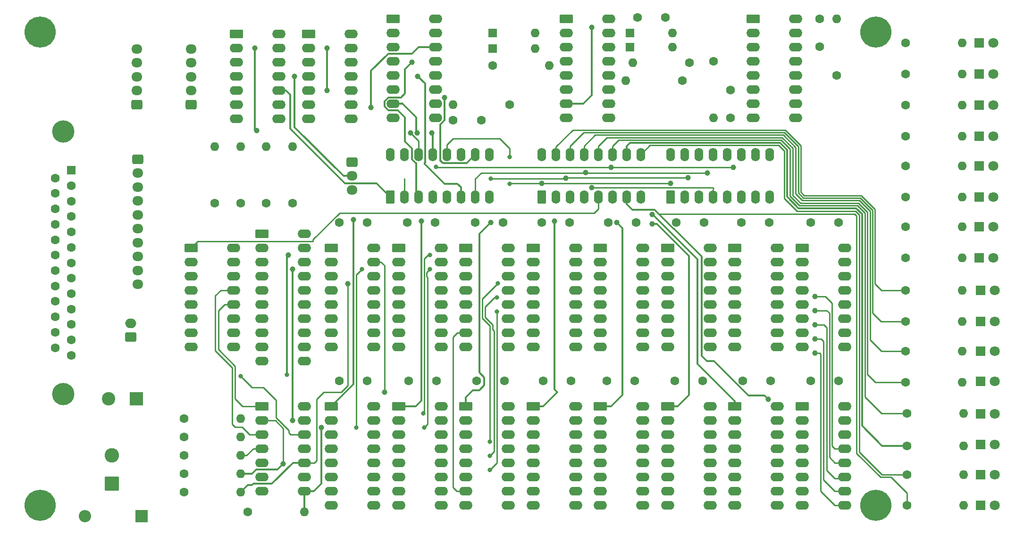
<source format=gbr>
%TF.GenerationSoftware,KiCad,Pcbnew,9.0.1*%
%TF.CreationDate,2025-07-19T09:37:52+10:00*%
%TF.ProjectId,128 X 16 RAM V4 FINAL ,31323820-5820-4313-9620-52414d205634,rev?*%
%TF.SameCoordinates,Original*%
%TF.FileFunction,Copper,L1,Top*%
%TF.FilePolarity,Positive*%
%FSLAX46Y46*%
G04 Gerber Fmt 4.6, Leading zero omitted, Abs format (unit mm)*
G04 Created by KiCad (PCBNEW 9.0.1) date 2025-07-19 09:37:52*
%MOMM*%
%LPD*%
G01*
G04 APERTURE LIST*
G04 Aperture macros list*
%AMRoundRect*
0 Rectangle with rounded corners*
0 $1 Rounding radius*
0 $2 $3 $4 $5 $6 $7 $8 $9 X,Y pos of 4 corners*
0 Add a 4 corners polygon primitive as box body*
4,1,4,$2,$3,$4,$5,$6,$7,$8,$9,$2,$3,0*
0 Add four circle primitives for the rounded corners*
1,1,$1+$1,$2,$3*
1,1,$1+$1,$4,$5*
1,1,$1+$1,$6,$7*
1,1,$1+$1,$8,$9*
0 Add four rect primitives between the rounded corners*
20,1,$1+$1,$2,$3,$4,$5,0*
20,1,$1+$1,$4,$5,$6,$7,0*
20,1,$1+$1,$6,$7,$8,$9,0*
20,1,$1+$1,$8,$9,$2,$3,0*%
G04 Aperture macros list end*
%TA.AperFunction,ComponentPad*%
%ADD10RoundRect,0.250000X-0.950000X-0.550000X0.950000X-0.550000X0.950000X0.550000X-0.950000X0.550000X0*%
%TD*%
%TA.AperFunction,ComponentPad*%
%ADD11O,2.400000X1.600000*%
%TD*%
%TA.AperFunction,ComponentPad*%
%ADD12R,1.800000X1.800000*%
%TD*%
%TA.AperFunction,ComponentPad*%
%ADD13C,1.800000*%
%TD*%
%TA.AperFunction,ComponentPad*%
%ADD14R,1.600000X1.600000*%
%TD*%
%TA.AperFunction,ComponentPad*%
%ADD15O,1.600000X1.600000*%
%TD*%
%TA.AperFunction,ComponentPad*%
%ADD16C,1.600000*%
%TD*%
%TA.AperFunction,ComponentPad*%
%ADD17RoundRect,0.250000X0.550000X-0.950000X0.550000X0.950000X-0.550000X0.950000X-0.550000X-0.950000X0*%
%TD*%
%TA.AperFunction,ComponentPad*%
%ADD18O,1.600000X2.400000*%
%TD*%
%TA.AperFunction,ComponentPad*%
%ADD19C,5.600000*%
%TD*%
%TA.AperFunction,ComponentPad*%
%ADD20RoundRect,0.250000X-0.725000X0.600000X-0.725000X-0.600000X0.725000X-0.600000X0.725000X0.600000X0*%
%TD*%
%TA.AperFunction,ComponentPad*%
%ADD21O,1.950000X1.700000*%
%TD*%
%TA.AperFunction,ComponentPad*%
%ADD22R,2.400000X2.400000*%
%TD*%
%TA.AperFunction,ComponentPad*%
%ADD23C,2.400000*%
%TD*%
%TA.AperFunction,ComponentPad*%
%ADD24R,2.200000X2.200000*%
%TD*%
%TA.AperFunction,ComponentPad*%
%ADD25O,2.200000X2.200000*%
%TD*%
%TA.AperFunction,ComponentPad*%
%ADD26RoundRect,0.250000X0.725000X-0.600000X0.725000X0.600000X-0.725000X0.600000X-0.725000X-0.600000X0*%
%TD*%
%TA.AperFunction,ComponentPad*%
%ADD27C,4.000000*%
%TD*%
%TA.AperFunction,ComponentPad*%
%ADD28RoundRect,0.250000X1.050000X-1.050000X1.050000X1.050000X-1.050000X1.050000X-1.050000X-1.050000X0*%
%TD*%
%TA.AperFunction,ComponentPad*%
%ADD29C,2.600000*%
%TD*%
%TA.AperFunction,ComponentPad*%
%ADD30RoundRect,0.250000X0.750000X-0.600000X0.750000X0.600000X-0.750000X0.600000X-0.750000X-0.600000X0*%
%TD*%
%TA.AperFunction,ComponentPad*%
%ADD31O,2.000000X1.700000*%
%TD*%
%TA.AperFunction,ViaPad*%
%ADD32C,1.000000*%
%TD*%
%TA.AperFunction,ViaPad*%
%ADD33C,0.800000*%
%TD*%
%TA.AperFunction,Conductor*%
%ADD34C,0.250000*%
%TD*%
%TA.AperFunction,Conductor*%
%ADD35C,0.300000*%
%TD*%
G04 APERTURE END LIST*
D10*
%TO.P,U15,1,~{CS}*%
%TO.N,~{CS14}*%
X194691000Y-127202000D03*
D11*
%TO.P,U15,2,A0*%
%TO.N,/A0*%
X194691000Y-129742000D03*
%TO.P,U15,3,A1*%
%TO.N,/A1*%
X194691000Y-132282000D03*
%TO.P,U15,4,A2*%
%TO.N,/A2*%
X194691000Y-134822000D03*
%TO.P,U15,5,A3*%
%TO.N,/A3*%
X194691000Y-137362000D03*
%TO.P,U15,6,A4*%
%TO.N,/A4*%
X194691000Y-139902000D03*
%TO.P,U15,7,D_OUT*%
%TO.N,D_OUT*%
X194691000Y-142442000D03*
%TO.P,U15,8,GND*%
%TO.N,GND*%
X194691000Y-144982000D03*
%TO.P,U15,9,A5*%
%TO.N,/A5*%
X202311000Y-144982000D03*
%TO.P,U15,10,A6*%
%TO.N,/A6*%
X202311000Y-142442000D03*
%TO.P,U15,11,A7*%
%TO.N,/A7*%
X202311000Y-139902000D03*
%TO.P,U15,12,A8*%
%TO.N,A8*%
X202311000Y-137362000D03*
%TO.P,U15,13,A9*%
%TO.N,A9*%
X202311000Y-134822000D03*
%TO.P,U15,14,~{WE}*%
%TO.N,~{WE2}*%
X202311000Y-132282000D03*
%TO.P,U15,15,D_IN*%
%TO.N,D_IN2*%
X202311000Y-129742000D03*
%TO.P,U15,16,+5V*%
%TO.N,+5V*%
X202311000Y-127202000D03*
%TD*%
D10*
%TO.P,J1,1,Pin_1*%
%TO.N,~{CS}*%
X97155000Y-98754000D03*
D11*
%TO.P,J1,2,Pin_2*%
%TO.N,/A_0*%
X97155000Y-101294000D03*
%TO.P,J1,3,Pin_3*%
%TO.N,/A_1*%
X97155000Y-103834000D03*
%TO.P,J1,4,Pin_4*%
%TO.N,/A_2*%
X97155000Y-106374000D03*
%TO.P,J1,5,Pin_5*%
%TO.N,/A_3*%
X97155000Y-108914000D03*
%TO.P,J1,6,Pin_6*%
%TO.N,/A_4*%
X97155000Y-111454000D03*
%TO.P,J1,7,Pin_7*%
%TO.N,D_OUT*%
X97155000Y-113994000D03*
%TO.P,J1,8,Pin_8*%
%TO.N,GND*%
X97155000Y-116534000D03*
%TO.P,J1,9,Pin_9*%
%TO.N,/A_5*%
X104775000Y-116534000D03*
%TO.P,J1,10,Pin_10*%
%TO.N,/A_6*%
X104775000Y-113994000D03*
%TO.P,J1,11,Pin_11*%
%TO.N,/A_7*%
X104775000Y-111454000D03*
%TO.P,J1,12,Pin_12*%
%TO.N,/A_8*%
X104775000Y-108914000D03*
%TO.P,J1,13,Pin_13*%
%TO.N,/A_9*%
X104775000Y-106374000D03*
%TO.P,J1,14,Pin_14*%
%TO.N,~{WE}*%
X104775000Y-103834000D03*
%TO.P,J1,15,Pin_15*%
%TO.N,D_IN*%
X104775000Y-101294000D03*
%TO.P,J1,16,Pin_16*%
%TO.N,+5V*%
X104775000Y-98754000D03*
%TD*%
D10*
%TO.P,U8,1,~{CS}*%
%TO.N,~{CS7}*%
X206756000Y-98754000D03*
D11*
%TO.P,U8,2,A0*%
%TO.N,/A0*%
X206756000Y-101294000D03*
%TO.P,U8,3,A1*%
%TO.N,/A1*%
X206756000Y-103834000D03*
%TO.P,U8,4,A2*%
%TO.N,/A2*%
X206756000Y-106374000D03*
%TO.P,U8,5,A3*%
%TO.N,/A3*%
X206756000Y-108914000D03*
%TO.P,U8,6,A4*%
%TO.N,/A4*%
X206756000Y-111454000D03*
%TO.P,U8,7,D_OUT*%
%TO.N,D_OUT*%
X206756000Y-113994000D03*
%TO.P,U8,8,GND*%
%TO.N,GND*%
X206756000Y-116534000D03*
%TO.P,U8,9,A5*%
%TO.N,/A5*%
X214376000Y-116534000D03*
%TO.P,U8,10,A6*%
%TO.N,/A6*%
X214376000Y-113994000D03*
%TO.P,U8,11,A7*%
%TO.N,/A7*%
X214376000Y-111454000D03*
%TO.P,U8,12,A8*%
%TO.N,A8*%
X214376000Y-108914000D03*
%TO.P,U8,13,A9*%
%TO.N,A9*%
X214376000Y-106374000D03*
%TO.P,U8,14,~{WE}*%
%TO.N,~{WE1}*%
X214376000Y-103834000D03*
%TO.P,U8,15,D_IN*%
%TO.N,D_IN1*%
X214376000Y-101294000D03*
%TO.P,U8,16,+5V*%
%TO.N,+5V*%
X214376000Y-98754000D03*
%TD*%
D12*
%TO.P,D10,1,K*%
%TO.N,Net-(D10-K)*%
X238760000Y-111962000D03*
D13*
%TO.P,D10,2,A*%
%TO.N,+5V*%
X241300000Y-111962000D03*
%TD*%
D10*
%TO.P,U21,1*%
%TO.N,/A_8*%
X109855000Y-127202000D03*
D11*
%TO.P,U21,2*%
%TO.N,A8*%
X109855000Y-129742000D03*
%TO.P,U21,3*%
%TO.N,/A_9*%
X109855000Y-132282000D03*
%TO.P,U21,4*%
%TO.N,A9*%
X109855000Y-134822000D03*
%TO.P,U21,5*%
%TO.N,D_IN*%
X109855000Y-137362000D03*
%TO.P,U21,6*%
%TO.N,D_IN1*%
X109855000Y-139902000D03*
%TO.P,U21,7,GND*%
%TO.N,GND*%
X109855000Y-142442000D03*
%TO.P,U21,8*%
%TO.N,D_IN2*%
X117475000Y-142442000D03*
%TO.P,U21,9*%
%TO.N,D_IN*%
X117475000Y-139902000D03*
%TO.P,U21,10*%
%TO.N,~{WE1}*%
X117475000Y-137362000D03*
%TO.P,U21,11*%
%TO.N,~{WE}*%
X117475000Y-134822000D03*
%TO.P,U21,12*%
%TO.N,~{WE2}*%
X117475000Y-132282000D03*
%TO.P,U21,13*%
%TO.N,~{WE}*%
X117475000Y-129742000D03*
%TO.P,U21,14,VCC*%
%TO.N,+5V*%
X117475000Y-127202000D03*
%TD*%
D14*
%TO.P,D17,1,K*%
%TO.N,Net-(D17-K)*%
X175895000Y-62686000D03*
D15*
%TO.P,D17,2,A*%
%TO.N,Net-(D17-A)*%
X183515000Y-62686000D03*
%TD*%
D12*
%TO.P,D11,1,K*%
%TO.N,Net-(D11-K)*%
X238760000Y-117296000D03*
D13*
%TO.P,D11,2,A*%
%TO.N,+5V*%
X241300000Y-117296000D03*
%TD*%
D14*
%TO.P,D20,1,K*%
%TO.N,Net-(D19-K)*%
X151257000Y-60146000D03*
D15*
%TO.P,D20,2,A*%
%TO.N,Net-(D20-A)*%
X158877000Y-60146000D03*
%TD*%
D10*
%TO.P,U11,1,~{CS}*%
%TO.N,~{CS10}*%
X146431000Y-127202000D03*
D11*
%TO.P,U11,2,A0*%
%TO.N,/A0*%
X146431000Y-129742000D03*
%TO.P,U11,3,A1*%
%TO.N,/A1*%
X146431000Y-132282000D03*
%TO.P,U11,4,A2*%
%TO.N,/A2*%
X146431000Y-134822000D03*
%TO.P,U11,5,A3*%
%TO.N,/A3*%
X146431000Y-137362000D03*
%TO.P,U11,6,A4*%
%TO.N,/A4*%
X146431000Y-139902000D03*
%TO.P,U11,7,D_OUT*%
%TO.N,D_OUT*%
X146431000Y-142442000D03*
%TO.P,U11,8,GND*%
%TO.N,GND*%
X146431000Y-144982000D03*
%TO.P,U11,9,A5*%
%TO.N,/A5*%
X154051000Y-144982000D03*
%TO.P,U11,10,A6*%
%TO.N,/A6*%
X154051000Y-142442000D03*
%TO.P,U11,11,A7*%
%TO.N,/A7*%
X154051000Y-139902000D03*
%TO.P,U11,12,A8*%
%TO.N,A8*%
X154051000Y-137362000D03*
%TO.P,U11,13,A9*%
%TO.N,A9*%
X154051000Y-134822000D03*
%TO.P,U11,14,~{WE}*%
%TO.N,~{WE2}*%
X154051000Y-132282000D03*
%TO.P,U11,15,D_IN*%
%TO.N,D_IN2*%
X154051000Y-129742000D03*
%TO.P,U11,16,+5V*%
%TO.N,+5V*%
X154051000Y-127202000D03*
%TD*%
D16*
%TO.P,R20,1*%
%TO.N,~{CS9}*%
X225298000Y-111962000D03*
D15*
%TO.P,R20,2*%
%TO.N,Net-(D10-K)*%
X235458000Y-111962000D03*
%TD*%
D17*
%TO.P,U20,1,A0*%
%TO.N,AD0*%
X160020000Y-89610000D03*
D18*
%TO.P,U20,2,A1*%
%TO.N,AD1*%
X162560000Y-89610000D03*
%TO.P,U20,3,A2*%
%TO.N,AD2*%
X165100000Y-89610000D03*
%TO.P,U20,4,E1*%
%TO.N,GND*%
X167640000Y-89610000D03*
%TO.P,U20,5,E2*%
%TO.N,~{CS}*%
X170180000Y-89610000D03*
%TO.P,U20,6,E3*%
%TO.N,AD3*%
X172720000Y-89610000D03*
%TO.P,U20,7,O7*%
%TO.N,~{CS15}*%
X175260000Y-89610000D03*
%TO.P,U20,8,GND*%
%TO.N,GND*%
X177800000Y-89610000D03*
%TO.P,U20,9,O6*%
%TO.N,~{CS14}*%
X177800000Y-81990000D03*
%TO.P,U20,10,O5*%
%TO.N,~{CS13}*%
X175260000Y-81990000D03*
%TO.P,U20,11,O4*%
%TO.N,~{CS12}*%
X172720000Y-81990000D03*
%TO.P,U20,12,O3*%
%TO.N,~{CS11}*%
X170180000Y-81990000D03*
%TO.P,U20,13,O2*%
%TO.N,~{CS10}*%
X167640000Y-81990000D03*
%TO.P,U20,14,O1*%
%TO.N,~{CS9}*%
X165100000Y-81990000D03*
%TO.P,U20,15,O0*%
%TO.N,~{CS8}*%
X162560000Y-81990000D03*
%TO.P,U20,16,VCC*%
%TO.N,+5V*%
X160020000Y-81990000D03*
%TD*%
D16*
%TO.P,R15,1*%
%TO.N,~{CS4}*%
X225298000Y-84022000D03*
D15*
%TO.P,R15,2*%
%TO.N,Net-(D5-K)*%
X235458000Y-84022000D03*
%TD*%
D10*
%TO.P,U1,1,~{CS}*%
%TO.N,~{CS0}*%
X122301000Y-98754000D03*
D11*
%TO.P,U1,2,A0*%
%TO.N,/A0*%
X122301000Y-101294000D03*
%TO.P,U1,3,A1*%
%TO.N,/A1*%
X122301000Y-103834000D03*
%TO.P,U1,4,A2*%
%TO.N,/A2*%
X122301000Y-106374000D03*
%TO.P,U1,5,A3*%
%TO.N,/A3*%
X122301000Y-108914000D03*
%TO.P,U1,6,A4*%
%TO.N,/A4*%
X122301000Y-111454000D03*
%TO.P,U1,7,D_OUT*%
%TO.N,D_OUT*%
X122301000Y-113994000D03*
%TO.P,U1,8,GND*%
%TO.N,GND*%
X122301000Y-116534000D03*
%TO.P,U1,9,A5*%
%TO.N,/A5*%
X129921000Y-116534000D03*
%TO.P,U1,10,A6*%
%TO.N,/A6*%
X129921000Y-113994000D03*
%TO.P,U1,11,A7*%
%TO.N,/A7*%
X129921000Y-111454000D03*
%TO.P,U1,12,A8*%
%TO.N,A8*%
X129921000Y-108914000D03*
%TO.P,U1,13,A9*%
%TO.N,A9*%
X129921000Y-106374000D03*
%TO.P,U1,14,~{WE}*%
%TO.N,~{WE1}*%
X129921000Y-103834000D03*
%TO.P,U1,15,D_IN*%
%TO.N,D_IN1*%
X129921000Y-101294000D03*
%TO.P,U1,16,+5V*%
%TO.N,+5V*%
X129921000Y-98754000D03*
%TD*%
D10*
%TO.P,U7,1,~{CS}*%
%TO.N,~{CS6}*%
X194691000Y-98754000D03*
D11*
%TO.P,U7,2,A0*%
%TO.N,/A0*%
X194691000Y-101294000D03*
%TO.P,U7,3,A1*%
%TO.N,/A1*%
X194691000Y-103834000D03*
%TO.P,U7,4,A2*%
%TO.N,/A2*%
X194691000Y-106374000D03*
%TO.P,U7,5,A3*%
%TO.N,/A3*%
X194691000Y-108914000D03*
%TO.P,U7,6,A4*%
%TO.N,/A4*%
X194691000Y-111454000D03*
%TO.P,U7,7,D_OUT*%
%TO.N,D_OUT*%
X194691000Y-113994000D03*
%TO.P,U7,8,GND*%
%TO.N,GND*%
X194691000Y-116534000D03*
%TO.P,U7,9,A5*%
%TO.N,/A5*%
X202311000Y-116534000D03*
%TO.P,U7,10,A6*%
%TO.N,/A6*%
X202311000Y-113994000D03*
%TO.P,U7,11,A7*%
%TO.N,/A7*%
X202311000Y-111454000D03*
%TO.P,U7,12,A8*%
%TO.N,A8*%
X202311000Y-108914000D03*
%TO.P,U7,13,A9*%
%TO.N,A9*%
X202311000Y-106374000D03*
%TO.P,U7,14,~{WE}*%
%TO.N,~{WE1}*%
X202311000Y-103834000D03*
%TO.P,U7,15,D_IN*%
%TO.N,D_IN1*%
X202311000Y-101294000D03*
%TO.P,U7,16,+5V*%
%TO.N,+5V*%
X202311000Y-98754000D03*
%TD*%
D16*
%TO.P,C17,1*%
%TO.N,+5V*%
X177245000Y-57352000D03*
%TO.P,C17,2*%
%TO.N,Net-(D17-A)*%
X182245000Y-57352000D03*
%TD*%
%TO.P,C19,1*%
%TO.N,Net-(U25A-RCext)*%
X209931000Y-57606000D03*
%TO.P,C19,2*%
%TO.N,Net-(U25A-Cext)*%
X209931000Y-62606000D03*
%TD*%
%TO.P,R10,1*%
%TO.N,+5V*%
X95884000Y-136026000D03*
D15*
%TO.P,R10,2*%
%TO.N,A9*%
X106044000Y-136026000D03*
%TD*%
D10*
%TO.P,U16,1,~{CS}*%
%TO.N,~{CS15}*%
X206756000Y-127202000D03*
D11*
%TO.P,U16,2,A0*%
%TO.N,/A0*%
X206756000Y-129742000D03*
%TO.P,U16,3,A1*%
%TO.N,/A1*%
X206756000Y-132282000D03*
%TO.P,U16,4,A2*%
%TO.N,/A2*%
X206756000Y-134822000D03*
%TO.P,U16,5,A3*%
%TO.N,/A3*%
X206756000Y-137362000D03*
%TO.P,U16,6,A4*%
%TO.N,/A4*%
X206756000Y-139902000D03*
%TO.P,U16,7,D_OUT*%
%TO.N,D_OUT*%
X206756000Y-142442000D03*
%TO.P,U16,8,GND*%
%TO.N,GND*%
X206756000Y-144982000D03*
%TO.P,U16,9,A5*%
%TO.N,/A5*%
X214376000Y-144982000D03*
%TO.P,U16,10,A6*%
%TO.N,/A6*%
X214376000Y-142442000D03*
%TO.P,U16,11,A7*%
%TO.N,/A7*%
X214376000Y-139902000D03*
%TO.P,U16,12,A8*%
%TO.N,A8*%
X214376000Y-137362000D03*
%TO.P,U16,13,A9*%
%TO.N,A9*%
X214376000Y-134822000D03*
%TO.P,U16,14,~{WE}*%
%TO.N,~{WE2}*%
X214376000Y-132282000D03*
%TO.P,U16,15,D_IN*%
%TO.N,D_IN2*%
X214376000Y-129742000D03*
%TO.P,U16,16,+5V*%
%TO.N,+5V*%
X214376000Y-127202000D03*
%TD*%
D16*
%TO.P,C21,1*%
%TO.N,Net-(U27-~{SRCLR})*%
X144144000Y-75828000D03*
%TO.P,C21,2*%
%TO.N,GND*%
X149144000Y-75828000D03*
%TD*%
%TO.P,R24,1*%
%TO.N,~{CS13}*%
X225552000Y-134314000D03*
D15*
%TO.P,R24,2*%
%TO.N,Net-(D14-K)*%
X235712000Y-134314000D03*
%TD*%
D16*
%TO.P,C6,1*%
%TO.N,GND*%
X184150000Y-94182000D03*
%TO.P,C6,2*%
%TO.N,+5V*%
X189150000Y-94182000D03*
%TD*%
%TO.P,C7,1*%
%TO.N,GND*%
X195834000Y-94182000D03*
%TO.P,C7,2*%
%TO.N,+5V*%
X200834000Y-94182000D03*
%TD*%
D10*
%TO.P,U5,1,~{CS}*%
%TO.N,~{CS4}*%
X170561000Y-98754000D03*
D11*
%TO.P,U5,2,A0*%
%TO.N,/A0*%
X170561000Y-101294000D03*
%TO.P,U5,3,A1*%
%TO.N,/A1*%
X170561000Y-103834000D03*
%TO.P,U5,4,A2*%
%TO.N,/A2*%
X170561000Y-106374000D03*
%TO.P,U5,5,A3*%
%TO.N,/A3*%
X170561000Y-108914000D03*
%TO.P,U5,6,A4*%
%TO.N,/A4*%
X170561000Y-111454000D03*
%TO.P,U5,7,D_OUT*%
%TO.N,D_OUT*%
X170561000Y-113994000D03*
%TO.P,U5,8,GND*%
%TO.N,GND*%
X170561000Y-116534000D03*
%TO.P,U5,9,A5*%
%TO.N,/A5*%
X178181000Y-116534000D03*
%TO.P,U5,10,A6*%
%TO.N,/A6*%
X178181000Y-113994000D03*
%TO.P,U5,11,A7*%
%TO.N,/A7*%
X178181000Y-111454000D03*
%TO.P,U5,12,A8*%
%TO.N,A8*%
X178181000Y-108914000D03*
%TO.P,U5,13,A9*%
%TO.N,A9*%
X178181000Y-106374000D03*
%TO.P,U5,14,~{WE}*%
%TO.N,~{WE1}*%
X178181000Y-103834000D03*
%TO.P,U5,15,D_IN*%
%TO.N,D_IN1*%
X178181000Y-101294000D03*
%TO.P,U5,16,+5V*%
%TO.N,+5V*%
X178181000Y-98754000D03*
%TD*%
D17*
%TO.P,U22,1,S*%
%TO.N,Net-(U22-S)*%
X132842000Y-89610000D03*
D18*
%TO.P,U22,2,I0a*%
%TO.N,8*%
X135382000Y-89610000D03*
%TO.P,U22,3,I1a*%
%TO.N,Net-(U22-I1a)*%
X137922000Y-89610000D03*
%TO.P,U22,4,Za*%
%TO.N,AD3*%
X140462000Y-89610000D03*
%TO.P,U22,5,I0b*%
%TO.N,4*%
X143002000Y-89610000D03*
%TO.P,U22,6,I1b*%
%TO.N,Net-(U22-I1b)*%
X145542000Y-89610000D03*
%TO.P,U22,7,Zb*%
%TO.N,AD2*%
X148082000Y-89610000D03*
%TO.P,U22,8,GND*%
%TO.N,GND*%
X150622000Y-89610000D03*
%TO.P,U22,9,Zc*%
%TO.N,AD1*%
X150622000Y-81990000D03*
%TO.P,U22,10,I1c*%
%TO.N,Net-(U22-I1c)*%
X148082000Y-81990000D03*
%TO.P,U22,11,I0c*%
%TO.N,2*%
X145542000Y-81990000D03*
%TO.P,U22,12,Zd*%
%TO.N,AD0*%
X143002000Y-81990000D03*
%TO.P,U22,13,I1d*%
%TO.N,Net-(U22-I1d)*%
X140462000Y-81990000D03*
%TO.P,U22,14,I0d*%
%TO.N,1*%
X137922000Y-81990000D03*
%TO.P,U22,15,E*%
%TO.N,GND*%
X135382000Y-81990000D03*
%TO.P,U22,16,VCC*%
%TO.N,+5V*%
X132842000Y-81990000D03*
%TD*%
D19*
%TO.P,H2,1,1*%
%TO.N,GND*%
X70000000Y-145000000D03*
%TD*%
%TO.P,H1,1,1*%
%TO.N,GND*%
X70000000Y-60000000D03*
%TD*%
D10*
%TO.P,U9,1,~{CS}*%
%TO.N,~{CS8}*%
X122301000Y-127202000D03*
D11*
%TO.P,U9,2,A0*%
%TO.N,/A0*%
X122301000Y-129742000D03*
%TO.P,U9,3,A1*%
%TO.N,/A1*%
X122301000Y-132282000D03*
%TO.P,U9,4,A2*%
%TO.N,/A2*%
X122301000Y-134822000D03*
%TO.P,U9,5,A3*%
%TO.N,/A3*%
X122301000Y-137362000D03*
%TO.P,U9,6,A4*%
%TO.N,/A4*%
X122301000Y-139902000D03*
%TO.P,U9,7,D_OUT*%
%TO.N,D_OUT*%
X122301000Y-142442000D03*
%TO.P,U9,8,GND*%
%TO.N,GND*%
X122301000Y-144982000D03*
%TO.P,U9,9,A5*%
%TO.N,/A5*%
X129921000Y-144982000D03*
%TO.P,U9,10,A6*%
%TO.N,/A6*%
X129921000Y-142442000D03*
%TO.P,U9,11,A7*%
%TO.N,/A7*%
X129921000Y-139902000D03*
%TO.P,U9,12,A8*%
%TO.N,A8*%
X129921000Y-137362000D03*
%TO.P,U9,13,A9*%
%TO.N,A9*%
X129921000Y-134822000D03*
%TO.P,U9,14,~{WE}*%
%TO.N,~{WE2}*%
X129921000Y-132282000D03*
%TO.P,U9,15,D_IN*%
%TO.N,D_IN2*%
X129921000Y-129742000D03*
%TO.P,U9,16,+5V*%
%TO.N,+5V*%
X129921000Y-127202000D03*
%TD*%
D12*
%TO.P,D4,1,K*%
%TO.N,Net-(D4-K)*%
X238506000Y-78688000D03*
D13*
%TO.P,D4,2,A*%
%TO.N,+5V*%
X241046000Y-78688000D03*
%TD*%
D10*
%TO.P,U27,1,QB*%
%TO.N,unconnected-(U27-QB-Pad1)*%
X133350000Y-57658000D03*
D11*
%TO.P,U27,2,QC*%
%TO.N,unconnected-(U27-QC-Pad2)*%
X133350000Y-60198000D03*
%TO.P,U27,3,QD*%
%TO.N,unconnected-(U27-QD-Pad3)*%
X133350000Y-62738000D03*
%TO.P,U27,4,QE*%
%TO.N,Net-(U22-I1a)*%
X133350000Y-65278000D03*
%TO.P,U27,5,QF*%
%TO.N,Net-(U22-I1b)*%
X133350000Y-67818000D03*
%TO.P,U27,6,QG*%
%TO.N,Net-(U22-I1c)*%
X133350000Y-70358000D03*
%TO.P,U27,7,QH*%
%TO.N,Net-(U22-I1d)*%
X133350000Y-72898000D03*
%TO.P,U27,8,GND*%
%TO.N,GND*%
X133350000Y-75438000D03*
%TO.P,U27,9,QH'*%
%TO.N,unconnected-(U27-QH&apos;-Pad9)*%
X140970000Y-75438000D03*
%TO.P,U27,10,~{SRCLR}*%
%TO.N,Net-(U27-~{SRCLR})*%
X140970000Y-72898000D03*
%TO.P,U27,11,SRCLK*%
%TO.N,/set BANK clock*%
X140970000Y-70358000D03*
%TO.P,U27,12,RCLK*%
%TO.N,/Latch Bank*%
X140970000Y-67818000D03*
%TO.P,U27,13,~{OE}*%
%TO.N,GND*%
X140970000Y-65278000D03*
%TO.P,U27,14,SER*%
%TO.N,Net-(U27-SER)*%
X140970000Y-62738000D03*
%TO.P,U27,15,QA*%
%TO.N,unconnected-(U27-QA-Pad15)*%
X140970000Y-60198000D03*
%TO.P,U27,16,VCC*%
%TO.N,+5V*%
X140970000Y-57658000D03*
%TD*%
D12*
%TO.P,D7,1,K*%
%TO.N,Net-(D7-K)*%
X238506000Y-94944000D03*
D13*
%TO.P,D7,2,A*%
%TO.N,+5V*%
X241046000Y-94944000D03*
%TD*%
D20*
%TO.P,J4,1,Pin_1*%
%TO.N,GND*%
X87540000Y-82829000D03*
D21*
%TO.P,J4,2,Pin_2*%
%TO.N,SR0*%
X87540000Y-85329000D03*
%TO.P,J4,3,Pin_3*%
%TO.N,SR1*%
X87540000Y-87829000D03*
%TO.P,J4,4,Pin_4*%
%TO.N,SR2*%
X87540000Y-90329000D03*
%TO.P,J4,5,Pin_5*%
%TO.N,SR3*%
X87540000Y-92829000D03*
%TO.P,J4,6,Pin_6*%
%TO.N,SR4*%
X87540000Y-95329000D03*
%TO.P,J4,7,Pin_7*%
%TO.N,SR5*%
X87540000Y-97829000D03*
%TO.P,J4,8,Pin_8*%
%TO.N,SR6*%
X87540000Y-100329000D03*
%TO.P,J4,9,Pin_9*%
%TO.N,SR7*%
X87540000Y-102829000D03*
%TO.P,J4,10,Pin_10*%
%TO.N,unconnected-(J4-Pin_10-Pad10)*%
X87540000Y-105329000D03*
%TD*%
D16*
%TO.P,R9,1*%
%TO.N,+5V*%
X95884000Y-142630000D03*
D15*
%TO.P,R9,2*%
%TO.N,~{WE1}*%
X106044000Y-142630000D03*
%TD*%
D16*
%TO.P,R27,1*%
%TO.N,Net-(D17-K)*%
X185292000Y-68716000D03*
D15*
%TO.P,R27,2*%
%TO.N,GND*%
X175132000Y-68716000D03*
%TD*%
D16*
%TO.P,R30,1*%
%TO.N,+5V*%
X190881000Y-65226000D03*
D15*
%TO.P,R30,2*%
%TO.N,Net-(U25B-RCext)*%
X190881000Y-75386000D03*
%TD*%
D16*
%TO.P,R21,1*%
%TO.N,~{CS10}*%
X225298000Y-117296000D03*
D15*
%TO.P,R21,2*%
%TO.N,Net-(D11-K)*%
X235458000Y-117296000D03*
%TD*%
D12*
%TO.P,D12,1,K*%
%TO.N,Net-(D12-K)*%
X238760000Y-122766000D03*
D13*
%TO.P,D12,2,A*%
%TO.N,+5V*%
X241300000Y-122766000D03*
%TD*%
D16*
%TO.P,R32,1*%
%TO.N,+5V*%
X95884000Y-139328000D03*
D15*
%TO.P,R32,2*%
%TO.N,A8*%
X106044000Y-139328000D03*
%TD*%
D16*
%TO.P,C10,1*%
%TO.N,GND*%
X136144000Y-122630000D03*
%TO.P,C10,2*%
%TO.N,+5V*%
X141144000Y-122630000D03*
%TD*%
%TO.P,R16,1*%
%TO.N,~{CS5}*%
X225298000Y-89610000D03*
D15*
%TO.P,R16,2*%
%TO.N,Net-(D6-K)*%
X235458000Y-89610000D03*
%TD*%
D22*
%TO.P,C18,1*%
%TO.N,+5V*%
X87285959Y-125866000D03*
D23*
%TO.P,C18,2*%
%TO.N,GND*%
X82285959Y-125866000D03*
%TD*%
D10*
%TO.P,U24,1*%
%TO.N,~{CLOCK_0_OUT}*%
X105282000Y-60334000D03*
D11*
%TO.P,U24,2*%
%TO.N,Net-(U25B-A)*%
X105282000Y-62874000D03*
%TO.P,U24,3*%
%TO.N,~{CLK_0_IN}*%
X105282000Y-65414000D03*
%TO.P,U24,4*%
%TO.N,Net-(U24-Pad4)*%
X105282000Y-67954000D03*
%TO.P,U24,5*%
%TO.N,~{DATA_0_IN}*%
X105282000Y-70494000D03*
%TO.P,U24,6*%
%TO.N,Net-(U27-SER)*%
X105282000Y-73034000D03*
%TO.P,U24,7,GND*%
%TO.N,GND*%
X105282000Y-75574000D03*
%TO.P,U24,8*%
%TO.N,/set BANK clock*%
X112902000Y-75574000D03*
%TO.P,U24,9*%
%TO.N,Net-(U24-Pad9)*%
X112902000Y-73034000D03*
%TO.P,U24,10*%
%TO.N,Net-(U22-S)*%
X112902000Y-70494000D03*
%TO.P,U24,11*%
%TO.N,~{RUN}*%
X112902000Y-67954000D03*
%TO.P,U24,12*%
%TO.N,N/C*%
X112902000Y-65414000D03*
%TO.P,U24,13*%
X112902000Y-62874000D03*
%TO.P,U24,14,VCC*%
%TO.N,+5V*%
X112902000Y-60334000D03*
%TD*%
D16*
%TO.P,R14,1*%
%TO.N,~{CS3}*%
X225298000Y-78688000D03*
D15*
%TO.P,R14,2*%
%TO.N,Net-(D4-K)*%
X235458000Y-78688000D03*
%TD*%
D16*
%TO.P,R18,1*%
%TO.N,~{CS7}*%
X225298000Y-100532000D03*
D15*
%TO.P,R18,2*%
%TO.N,Net-(D8-K)*%
X235458000Y-100532000D03*
%TD*%
D16*
%TO.P,C13,1*%
%TO.N,GND*%
X171704000Y-122630000D03*
%TO.P,C13,2*%
%TO.N,+5V*%
X176704000Y-122630000D03*
%TD*%
D10*
%TO.P,U10,1,~{CS}*%
%TO.N,~{CS9}*%
X134366000Y-127202000D03*
D11*
%TO.P,U10,2,A0*%
%TO.N,/A0*%
X134366000Y-129742000D03*
%TO.P,U10,3,A1*%
%TO.N,/A1*%
X134366000Y-132282000D03*
%TO.P,U10,4,A2*%
%TO.N,/A2*%
X134366000Y-134822000D03*
%TO.P,U10,5,A3*%
%TO.N,/A3*%
X134366000Y-137362000D03*
%TO.P,U10,6,A4*%
%TO.N,/A4*%
X134366000Y-139902000D03*
%TO.P,U10,7,D_OUT*%
%TO.N,D_OUT*%
X134366000Y-142442000D03*
%TO.P,U10,8,GND*%
%TO.N,GND*%
X134366000Y-144982000D03*
%TO.P,U10,9,A5*%
%TO.N,/A5*%
X141986000Y-144982000D03*
%TO.P,U10,10,A6*%
%TO.N,/A6*%
X141986000Y-142442000D03*
%TO.P,U10,11,A7*%
%TO.N,/A7*%
X141986000Y-139902000D03*
%TO.P,U10,12,A8*%
%TO.N,A8*%
X141986000Y-137362000D03*
%TO.P,U10,13,A9*%
%TO.N,A9*%
X141986000Y-134822000D03*
%TO.P,U10,14,~{WE}*%
%TO.N,~{WE2}*%
X141986000Y-132282000D03*
%TO.P,U10,15,D_IN*%
%TO.N,D_IN2*%
X141986000Y-129742000D03*
%TO.P,U10,16,+5V*%
%TO.N,+5V*%
X141986000Y-127202000D03*
%TD*%
D16*
%TO.P,C11,1*%
%TO.N,GND*%
X148336000Y-122630000D03*
%TO.P,C11,2*%
%TO.N,+5V*%
X153336000Y-122630000D03*
%TD*%
D12*
%TO.P,D9,1,K*%
%TO.N,Net-(D9-K)*%
X238760000Y-106356000D03*
D13*
%TO.P,D9,2,A*%
%TO.N,+5V*%
X241300000Y-106356000D03*
%TD*%
D16*
%TO.P,C2,1*%
%TO.N,GND*%
X135890000Y-94182000D03*
%TO.P,C2,2*%
%TO.N,+5V*%
X140890000Y-94182000D03*
%TD*%
D20*
%TO.P,J2,1,Pin_1*%
%TO.N,GND*%
X125984000Y-83340000D03*
D21*
%TO.P,J2,2,Pin_2*%
%TO.N,~{RUN}*%
X125984000Y-85840000D03*
%TO.P,J2,3,Pin_3*%
%TO.N,~{RST}*%
X125984000Y-88340000D03*
%TD*%
D16*
%TO.P,R4,1*%
%TO.N,+5V*%
X110617000Y-90753000D03*
D15*
%TO.P,R4,2*%
%TO.N,4*%
X110617000Y-80593000D03*
%TD*%
D16*
%TO.P,R19,1*%
%TO.N,~{CS8}*%
X225298000Y-106374000D03*
D15*
%TO.P,R19,2*%
%TO.N,Net-(D9-K)*%
X235458000Y-106374000D03*
%TD*%
D10*
%TO.P,U26,1*%
%TO.N,Net-(D19-K)*%
X118236000Y-60334000D03*
D11*
%TO.P,U26,2*%
%TO.N,Net-(U24-Pad4)*%
X118236000Y-62874000D03*
%TO.P,U26,3*%
%TO.N,~{CLOCK_0_OUT}*%
X118236000Y-65414000D03*
%TO.P,U26,4*%
%TO.N,Net-(U19-Q2)*%
X118236000Y-67954000D03*
%TO.P,U26,5*%
%TO.N,Net-(U24-Pad4)*%
X118236000Y-70494000D03*
%TO.P,U26,6*%
%TO.N,Net-(U24-Pad9)*%
X118236000Y-73034000D03*
%TO.P,U26,7,GND*%
%TO.N,GND*%
X118236000Y-75574000D03*
%TO.P,U26,8*%
%TO.N,N/C*%
X125856000Y-75574000D03*
%TO.P,U26,9*%
X125856000Y-73034000D03*
%TO.P,U26,10*%
X125856000Y-70494000D03*
%TO.P,U26,11*%
X125856000Y-67954000D03*
%TO.P,U26,12*%
X125856000Y-65414000D03*
%TO.P,U26,13*%
X125856000Y-62874000D03*
%TO.P,U26,14,VCC*%
%TO.N,+5V*%
X125856000Y-60334000D03*
%TD*%
D16*
%TO.P,R7,1*%
%TO.N,+5V*%
X95884000Y-129422000D03*
D15*
%TO.P,R7,2*%
%TO.N,D_IN1*%
X106044000Y-129422000D03*
%TD*%
D10*
%TO.P,U19,1,Q5*%
%TO.N,unconnected-(U19-Q5-Pad1)*%
X164465000Y-57606000D03*
D11*
%TO.P,U19,2,Q1*%
%TO.N,Net-(D20-A)*%
X164465000Y-60146000D03*
%TO.P,U19,3,Q0*%
%TO.N,Net-(D19-A)*%
X164465000Y-62686000D03*
%TO.P,U19,4,Q2*%
%TO.N,Net-(U19-Q2)*%
X164465000Y-65226000D03*
%TO.P,U19,5,Q6*%
%TO.N,unconnected-(U19-Q6-Pad5)*%
X164465000Y-67766000D03*
%TO.P,U19,6,Q7*%
%TO.N,unconnected-(U19-Q7-Pad6)*%
X164465000Y-70306000D03*
%TO.P,U19,7,Q3*%
%TO.N,Net-(U19-Q3)*%
X164465000Y-72846000D03*
%TO.P,U19,8,VSS*%
%TO.N,GND*%
X164465000Y-75386000D03*
%TO.P,U19,9,Q8*%
%TO.N,unconnected-(U19-Q8-Pad9)*%
X172085000Y-75386000D03*
%TO.P,U19,10,Q4*%
%TO.N,unconnected-(U19-Q4-Pad10)*%
X172085000Y-72846000D03*
%TO.P,U19,11,Q9*%
%TO.N,unconnected-(U19-Q9-Pad11)*%
X172085000Y-70306000D03*
%TO.P,U19,12,Cout*%
%TO.N,unconnected-(U19-Cout-Pad12)*%
X172085000Y-67766000D03*
%TO.P,U19,13,CKEN*%
%TO.N,GND*%
X172085000Y-65226000D03*
%TO.P,U19,14,CLK*%
%TO.N,~{RESETFLAG_0_IN}*%
X172085000Y-62686000D03*
%TO.P,U19,15,Reset*%
%TO.N,Net-(D17-K)*%
X172085000Y-60146000D03*
%TO.P,U19,16,VDD*%
%TO.N,+5V*%
X172085000Y-57606000D03*
%TD*%
D16*
%TO.P,C8,1*%
%TO.N,GND*%
X208280000Y-94182000D03*
%TO.P,C8,2*%
%TO.N,+5V*%
X213280000Y-94182000D03*
%TD*%
%TO.P,C5,1*%
%TO.N,GND*%
X171958000Y-94182000D03*
%TO.P,C5,2*%
%TO.N,+5V*%
X176958000Y-94182000D03*
%TD*%
D10*
%TO.P,U4,1,~{CS}*%
%TO.N,~{CS3}*%
X158496000Y-98754000D03*
D11*
%TO.P,U4,2,A0*%
%TO.N,/A0*%
X158496000Y-101294000D03*
%TO.P,U4,3,A1*%
%TO.N,/A1*%
X158496000Y-103834000D03*
%TO.P,U4,4,A2*%
%TO.N,/A2*%
X158496000Y-106374000D03*
%TO.P,U4,5,A3*%
%TO.N,/A3*%
X158496000Y-108914000D03*
%TO.P,U4,6,A4*%
%TO.N,/A4*%
X158496000Y-111454000D03*
%TO.P,U4,7,D_OUT*%
%TO.N,D_OUT*%
X158496000Y-113994000D03*
%TO.P,U4,8,GND*%
%TO.N,GND*%
X158496000Y-116534000D03*
%TO.P,U4,9,A5*%
%TO.N,/A5*%
X166116000Y-116534000D03*
%TO.P,U4,10,A6*%
%TO.N,/A6*%
X166116000Y-113994000D03*
%TO.P,U4,11,A7*%
%TO.N,/A7*%
X166116000Y-111454000D03*
%TO.P,U4,12,A8*%
%TO.N,A8*%
X166116000Y-108914000D03*
%TO.P,U4,13,A9*%
%TO.N,A9*%
X166116000Y-106374000D03*
%TO.P,U4,14,~{WE}*%
%TO.N,~{WE1}*%
X166116000Y-103834000D03*
%TO.P,U4,15,D_IN*%
%TO.N,D_IN1*%
X166116000Y-101294000D03*
%TO.P,U4,16,+5V*%
%TO.N,+5V*%
X166116000Y-98754000D03*
%TD*%
D12*
%TO.P,D6,1,K*%
%TO.N,Net-(D6-K)*%
X238506000Y-89610000D03*
D13*
%TO.P,D6,2,A*%
%TO.N,+5V*%
X241046000Y-89610000D03*
%TD*%
D16*
%TO.P,C15,1*%
%TO.N,GND*%
X196088000Y-122630000D03*
%TO.P,C15,2*%
%TO.N,+5V*%
X201088000Y-122630000D03*
%TD*%
D10*
%TO.P,U25,1,A*%
%TO.N,GND*%
X197993000Y-57606000D03*
D11*
%TO.P,U25,2,B*%
%TO.N,Net-(U19-Q3)*%
X197993000Y-60146000D03*
%TO.P,U25,3,Clr*%
%TO.N,+5V*%
X197993000Y-62686000D03*
%TO.P,U25,4,~{Q}*%
%TO.N,Net-(U25A-~{Q})*%
X197993000Y-65226000D03*
%TO.P,U25,5,Q*%
%TO.N,/Reset Counter*%
X197993000Y-67766000D03*
%TO.P,U25,6,Cext*%
%TO.N,Net-(U25B-Cext)*%
X197993000Y-70306000D03*
%TO.P,U25,7,RCext*%
%TO.N,Net-(U25B-RCext)*%
X197993000Y-72846000D03*
%TO.P,U25,8,GND*%
%TO.N,GND*%
X197993000Y-75386000D03*
%TO.P,U25,9,A*%
%TO.N,Net-(U25B-A)*%
X205613000Y-75386000D03*
%TO.P,U25,10,B*%
%TO.N,Net-(U25A-~{Q})*%
X205613000Y-72846000D03*
%TO.P,U25,11,Clr*%
%TO.N,+5V*%
X205613000Y-70306000D03*
%TO.P,U25,12,~{Q}*%
%TO.N,unconnected-(U25B-~{Q}-Pad12)*%
X205613000Y-67766000D03*
%TO.P,U25,13,Q*%
%TO.N,/Latch Bank*%
X205613000Y-65226000D03*
%TO.P,U25,14,Cext*%
%TO.N,Net-(U25A-Cext)*%
X205613000Y-62686000D03*
%TO.P,U25,15,RCext*%
%TO.N,Net-(U25A-RCext)*%
X205613000Y-60146000D03*
%TO.P,U25,16,VCC*%
%TO.N,+5V*%
X205613000Y-57606000D03*
%TD*%
D16*
%TO.P,R1,1*%
%TO.N,+5V*%
X101388000Y-90753000D03*
D15*
%TO.P,R1,2*%
%TO.N,1*%
X101388000Y-80593000D03*
%TD*%
D12*
%TO.P,D14,1,K*%
%TO.N,Net-(D14-K)*%
X238760000Y-134042000D03*
D13*
%TO.P,D14,2,A*%
%TO.N,+5V*%
X241300000Y-134042000D03*
%TD*%
D16*
%TO.P,R17,1*%
%TO.N,~{CS6}*%
X225298000Y-94944000D03*
D15*
%TO.P,R17,2*%
%TO.N,Net-(D7-K)*%
X235458000Y-94944000D03*
%TD*%
D10*
%TO.P,U14,1,~{CS}*%
%TO.N,~{CS13}*%
X182626000Y-127202000D03*
D11*
%TO.P,U14,2,A0*%
%TO.N,/A0*%
X182626000Y-129742000D03*
%TO.P,U14,3,A1*%
%TO.N,/A1*%
X182626000Y-132282000D03*
%TO.P,U14,4,A2*%
%TO.N,/A2*%
X182626000Y-134822000D03*
%TO.P,U14,5,A3*%
%TO.N,/A3*%
X182626000Y-137362000D03*
%TO.P,U14,6,A4*%
%TO.N,/A4*%
X182626000Y-139902000D03*
%TO.P,U14,7,D_OUT*%
%TO.N,D_OUT*%
X182626000Y-142442000D03*
%TO.P,U14,8,GND*%
%TO.N,GND*%
X182626000Y-144982000D03*
%TO.P,U14,9,A5*%
%TO.N,/A5*%
X190246000Y-144982000D03*
%TO.P,U14,10,A6*%
%TO.N,/A6*%
X190246000Y-142442000D03*
%TO.P,U14,11,A7*%
%TO.N,/A7*%
X190246000Y-139902000D03*
%TO.P,U14,12,A8*%
%TO.N,A8*%
X190246000Y-137362000D03*
%TO.P,U14,13,A9*%
%TO.N,A9*%
X190246000Y-134822000D03*
%TO.P,U14,14,~{WE}*%
%TO.N,~{WE2}*%
X190246000Y-132282000D03*
%TO.P,U14,15,D_IN*%
%TO.N,D_IN2*%
X190246000Y-129742000D03*
%TO.P,U14,16,+5V*%
%TO.N,+5V*%
X190246000Y-127202000D03*
%TD*%
D14*
%TO.P,D18,1,K*%
%TO.N,Net-(D17-K)*%
X175895000Y-60146000D03*
D15*
%TO.P,D18,2,A*%
%TO.N,/Reset Counter*%
X183515000Y-60146000D03*
%TD*%
D16*
%TO.P,R29,1*%
%TO.N,+5V*%
X212979000Y-67766000D03*
D15*
%TO.P,R29,2*%
%TO.N,Net-(U25A-RCext)*%
X212979000Y-57606000D03*
%TD*%
D16*
%TO.P,R31,1*%
%TO.N,+5V*%
X154304000Y-73034000D03*
D15*
%TO.P,R31,2*%
%TO.N,Net-(U27-~{SRCLR})*%
X144144000Y-73034000D03*
%TD*%
D16*
%TO.P,C3,1*%
%TO.N,GND*%
X148082000Y-94182000D03*
%TO.P,C3,2*%
%TO.N,+5V*%
X153082000Y-94182000D03*
%TD*%
%TO.P,R12,1*%
%TO.N,~{CS1}*%
X225298000Y-67512000D03*
D15*
%TO.P,R12,2*%
%TO.N,Net-(D2-K)*%
X235458000Y-67512000D03*
%TD*%
D14*
%TO.P,D19,1,K*%
%TO.N,Net-(D19-K)*%
X151257000Y-62940000D03*
D15*
%TO.P,D19,2,A*%
%TO.N,Net-(D19-A)*%
X158877000Y-62940000D03*
%TD*%
D16*
%TO.P,C9,1*%
%TO.N,GND*%
X123698000Y-122630000D03*
%TO.P,C9,2*%
%TO.N,+5V*%
X128698000Y-122630000D03*
%TD*%
D24*
%TO.P,D21,1,K*%
%TO.N,+5V*%
X88264000Y-146948000D03*
D25*
%TO.P,D21,2,A*%
%TO.N,GND*%
X78104000Y-146948000D03*
%TD*%
D16*
%TO.P,R23,1*%
%TO.N,~{CS12}*%
X225552000Y-128472000D03*
D15*
%TO.P,R23,2*%
%TO.N,Net-(D13-K)*%
X235712000Y-128472000D03*
%TD*%
D26*
%TO.P,J7,1,Pin_1*%
%TO.N,GND*%
X97154000Y-73034000D03*
D21*
%TO.P,J7,2,Pin_2*%
%TO.N,~{DATA_0_IN}*%
X97154000Y-70534000D03*
%TO.P,J7,3,Pin_3*%
%TO.N,~{FLAG_0_IN}*%
X97154000Y-68034000D03*
%TO.P,J7,4,Pin_4*%
%TO.N,~{RESETFLAG_0_IN}*%
X97154000Y-65534000D03*
%TO.P,J7,5,Pin_5*%
%TO.N,~{CLOCK_0_OUT}*%
X97154000Y-63034000D03*
%TD*%
D16*
%TO.P,C4,1*%
%TO.N,GND*%
X160020000Y-94182000D03*
%TO.P,C4,2*%
%TO.N,+5V*%
X165020000Y-94182000D03*
%TD*%
%TO.P,R28,1*%
%TO.N,Net-(D19-K)*%
X151257000Y-65988000D03*
D15*
%TO.P,R28,2*%
%TO.N,GND*%
X161417000Y-65988000D03*
%TD*%
D16*
%TO.P,C14,1*%
%TO.N,GND*%
X183896000Y-122630000D03*
%TO.P,C14,2*%
%TO.N,+5V*%
X188896000Y-122630000D03*
%TD*%
D10*
%TO.P,U13,1,~{CS}*%
%TO.N,~{CS12}*%
X170561000Y-127202000D03*
D11*
%TO.P,U13,2,A0*%
%TO.N,/A0*%
X170561000Y-129742000D03*
%TO.P,U13,3,A1*%
%TO.N,/A1*%
X170561000Y-132282000D03*
%TO.P,U13,4,A2*%
%TO.N,/A2*%
X170561000Y-134822000D03*
%TO.P,U13,5,A3*%
%TO.N,/A3*%
X170561000Y-137362000D03*
%TO.P,U13,6,A4*%
%TO.N,/A4*%
X170561000Y-139902000D03*
%TO.P,U13,7,D_OUT*%
%TO.N,D_OUT*%
X170561000Y-142442000D03*
%TO.P,U13,8,GND*%
%TO.N,GND*%
X170561000Y-144982000D03*
%TO.P,U13,9,A5*%
%TO.N,/A5*%
X178181000Y-144982000D03*
%TO.P,U13,10,A6*%
%TO.N,/A6*%
X178181000Y-142442000D03*
%TO.P,U13,11,A7*%
%TO.N,/A7*%
X178181000Y-139902000D03*
%TO.P,U13,12,A8*%
%TO.N,A8*%
X178181000Y-137362000D03*
%TO.P,U13,13,A9*%
%TO.N,A9*%
X178181000Y-134822000D03*
%TO.P,U13,14,~{WE}*%
%TO.N,~{WE2}*%
X178181000Y-132282000D03*
%TO.P,U13,15,D_IN*%
%TO.N,D_IN2*%
X178181000Y-129742000D03*
%TO.P,U13,16,+5V*%
%TO.N,+5V*%
X178181000Y-127202000D03*
%TD*%
D26*
%TO.P,J5,1,Pin_1*%
%TO.N,GND*%
X87375000Y-73034000D03*
D21*
%TO.P,J5,2,Pin_2*%
%TO.N,~{DATA_0_IN}*%
X87375000Y-70534000D03*
%TO.P,J5,3,Pin_3*%
%TO.N,~{FLAG_0_IN}*%
X87375000Y-68034000D03*
%TO.P,J5,4,Pin_4*%
%TO.N,~{RESETFLAG_0_IN}*%
X87375000Y-65534000D03*
%TO.P,J5,5,Pin_5*%
%TO.N,~{CLK_0_IN}*%
X87375000Y-63034000D03*
%TD*%
D27*
%TO.P,J3,0*%
%TO.N,N/C*%
X74172000Y-77900000D03*
X74172000Y-125000000D03*
D14*
%TO.P,J3,1,1*%
%TO.N,SR0*%
X75592000Y-84830000D03*
D16*
%TO.P,J3,2,2*%
%TO.N,SR1*%
X75592000Y-87600000D03*
%TO.P,J3,3,3*%
%TO.N,SR2*%
X75592000Y-90370000D03*
%TO.P,J3,4,4*%
%TO.N,SR3*%
X75592000Y-93140000D03*
%TO.P,J3,5,5*%
%TO.N,SR4*%
X75592000Y-95910000D03*
%TO.P,J3,6,6*%
%TO.N,SR5*%
X75592000Y-98680000D03*
%TO.P,J3,7,7*%
%TO.N,SR6*%
X75592000Y-101450000D03*
%TO.P,J3,8,8*%
%TO.N,SR7*%
X75592000Y-104220000D03*
%TO.P,J3,9,9*%
%TO.N,GND*%
X75592000Y-106990000D03*
%TO.P,J3,10,10*%
%TO.N,~{DEP}*%
X75592000Y-109760000D03*
%TO.P,J3,11,11*%
%TO.N,~{LA}*%
X75592000Y-112530000D03*
%TO.P,J3,12,12*%
%TO.N,GND*%
X75592000Y-115300000D03*
%TO.P,J3,13,13*%
X75592000Y-118070000D03*
%TO.P,J3,14,P14*%
%TO.N,1*%
X72752000Y-86215000D03*
%TO.P,J3,15,P15*%
%TO.N,2*%
X72752000Y-88985000D03*
%TO.P,J3,16,P16*%
%TO.N,4*%
X72752000Y-91755000D03*
%TO.P,J3,17,P17*%
%TO.N,8*%
X72752000Y-94525000D03*
%TO.P,J3,18,P18*%
%TO.N,unconnected-(J3-P18-Pad18)*%
X72752000Y-97295000D03*
%TO.P,J3,19,P19*%
%TO.N,unconnected-(J3-P19-Pad19)*%
X72752000Y-100065000D03*
%TO.P,J3,20,P20*%
%TO.N,unconnected-(J3-P20-Pad20)*%
X72752000Y-102835000D03*
%TO.P,J3,21,P21*%
%TO.N,unconnected-(J3-P21-Pad21)*%
X72752000Y-105605000D03*
%TO.P,J3,22,P22*%
%TO.N,unconnected-(J3-P22-Pad22)*%
X72752000Y-108375000D03*
%TO.P,J3,23,P23*%
%TO.N,unconnected-(J3-P23-Pad23)*%
X72752000Y-111145000D03*
%TO.P,J3,24,P24*%
%TO.N,unconnected-(J3-P24-Pad24)*%
X72752000Y-113915000D03*
%TO.P,J3,25,P25*%
%TO.N,+5V*%
X72752000Y-116685000D03*
%TD*%
%TO.P,R22,1*%
%TO.N,~{CS11}*%
X225298000Y-122884000D03*
D15*
%TO.P,R22,2*%
%TO.N,Net-(D12-K)*%
X235458000Y-122884000D03*
%TD*%
D12*
%TO.P,D3,1,K*%
%TO.N,Net-(D3-K)*%
X238506000Y-73100000D03*
D13*
%TO.P,D3,2,A*%
%TO.N,+5V*%
X241046000Y-73100000D03*
%TD*%
D16*
%TO.P,R8,1*%
%TO.N,+5V*%
X95884000Y-132766000D03*
D15*
%TO.P,R8,2*%
%TO.N,~{WE2}*%
X106044000Y-132766000D03*
%TD*%
D16*
%TO.P,C20,1*%
%TO.N,Net-(U25B-RCext)*%
X193929000Y-75386000D03*
%TO.P,C20,2*%
%TO.N,Net-(U25B-Cext)*%
X193929000Y-70386000D03*
%TD*%
D10*
%TO.P,U23,1,G1*%
%TO.N,GND*%
X109855000Y-96214000D03*
D11*
%TO.P,U23,2,A0*%
%TO.N,/A_0*%
X109855000Y-98754000D03*
%TO.P,U23,3,A1*%
%TO.N,/A_1*%
X109855000Y-101294000D03*
%TO.P,U23,4,A2*%
%TO.N,/A_2*%
X109855000Y-103834000D03*
%TO.P,U23,5,A3*%
%TO.N,/A_3*%
X109855000Y-106374000D03*
%TO.P,U23,6,A4*%
%TO.N,/A_4*%
X109855000Y-108914000D03*
%TO.P,U23,7,A5*%
%TO.N,/A_7*%
X109855000Y-111454000D03*
%TO.P,U23,8,A6*%
%TO.N,/A_6*%
X109855000Y-113994000D03*
%TO.P,U23,9,A7*%
%TO.N,/A_5*%
X109855000Y-116534000D03*
%TO.P,U23,10,GND*%
%TO.N,GND*%
X109855000Y-119074000D03*
%TO.P,U23,11,Y7*%
%TO.N,/A5*%
X117475000Y-119074000D03*
%TO.P,U23,12,Y6*%
%TO.N,/A6*%
X117475000Y-116534000D03*
%TO.P,U23,13,Y5*%
%TO.N,/A7*%
X117475000Y-113994000D03*
%TO.P,U23,14,Y4*%
%TO.N,/A4*%
X117475000Y-111454000D03*
%TO.P,U23,15,Y3*%
%TO.N,/A3*%
X117475000Y-108914000D03*
%TO.P,U23,16,Y2*%
%TO.N,/A2*%
X117475000Y-106374000D03*
%TO.P,U23,17,Y1*%
%TO.N,/A1*%
X117475000Y-103834000D03*
%TO.P,U23,18,Y0*%
%TO.N,/A0*%
X117475000Y-101294000D03*
%TO.P,U23,19,G2*%
%TO.N,GND*%
X117475000Y-98754000D03*
%TO.P,U23,20,VCC*%
%TO.N,+5V*%
X117475000Y-96214000D03*
%TD*%
D12*
%TO.P,D1,1,K*%
%TO.N,Net-(D1-K)*%
X238506000Y-61924000D03*
D13*
%TO.P,D1,2,A*%
%TO.N,+5V*%
X241046000Y-61924000D03*
%TD*%
D12*
%TO.P,D13,1,K*%
%TO.N,Net-(D13-K)*%
X238760000Y-128572000D03*
D13*
%TO.P,D13,2,A*%
%TO.N,+5V*%
X241300000Y-128572000D03*
%TD*%
D16*
%TO.P,C16,1*%
%TO.N,GND*%
X208280000Y-122630000D03*
%TO.P,C16,2*%
%TO.N,+5V*%
X213280000Y-122630000D03*
%TD*%
%TO.P,R26,1*%
%TO.N,~{CS15}*%
X225552000Y-144982000D03*
D15*
%TO.P,R26,2*%
%TO.N,Net-(D16-K)*%
X235712000Y-144982000D03*
%TD*%
D12*
%TO.P,D2,1,K*%
%TO.N,Net-(D2-K)*%
X238506000Y-67512000D03*
D13*
%TO.P,D2,2,A*%
%TO.N,+5V*%
X241046000Y-67512000D03*
%TD*%
D10*
%TO.P,U3,1,~{CS}*%
%TO.N,~{CS2}*%
X146431000Y-98754000D03*
D11*
%TO.P,U3,2,A0*%
%TO.N,/A0*%
X146431000Y-101294000D03*
%TO.P,U3,3,A1*%
%TO.N,/A1*%
X146431000Y-103834000D03*
%TO.P,U3,4,A2*%
%TO.N,/A2*%
X146431000Y-106374000D03*
%TO.P,U3,5,A3*%
%TO.N,/A3*%
X146431000Y-108914000D03*
%TO.P,U3,6,A4*%
%TO.N,/A4*%
X146431000Y-111454000D03*
%TO.P,U3,7,D_OUT*%
%TO.N,D_OUT*%
X146431000Y-113994000D03*
%TO.P,U3,8,GND*%
%TO.N,GND*%
X146431000Y-116534000D03*
%TO.P,U3,9,A5*%
%TO.N,/A5*%
X154051000Y-116534000D03*
%TO.P,U3,10,A6*%
%TO.N,/A6*%
X154051000Y-113994000D03*
%TO.P,U3,11,A7*%
%TO.N,/A7*%
X154051000Y-111454000D03*
%TO.P,U3,12,A8*%
%TO.N,A8*%
X154051000Y-108914000D03*
%TO.P,U3,13,A9*%
%TO.N,A9*%
X154051000Y-106374000D03*
%TO.P,U3,14,~{WE}*%
%TO.N,~{WE1}*%
X154051000Y-103834000D03*
%TO.P,U3,15,D_IN*%
%TO.N,D_IN1*%
X154051000Y-101294000D03*
%TO.P,U3,16,+5V*%
%TO.N,+5V*%
X154051000Y-98754000D03*
%TD*%
D16*
%TO.P,R11,1*%
%TO.N,~{CS0}*%
X225298000Y-61924000D03*
D15*
%TO.P,R11,2*%
%TO.N,Net-(D1-K)*%
X235458000Y-61924000D03*
%TD*%
D16*
%TO.P,C12,1*%
%TO.N,GND*%
X160274000Y-122630000D03*
%TO.P,C12,2*%
%TO.N,+5V*%
X165274000Y-122630000D03*
%TD*%
D19*
%TO.P,H4,1,1*%
%TO.N,GND*%
X220000000Y-145000000D03*
%TD*%
D12*
%TO.P,D5,1,K*%
%TO.N,Net-(D5-K)*%
X238506000Y-84004000D03*
D13*
%TO.P,D5,2,A*%
%TO.N,+5V*%
X241046000Y-84004000D03*
%TD*%
D12*
%TO.P,D15,1,K*%
%TO.N,Net-(D15-K)*%
X238760000Y-139512000D03*
D13*
%TO.P,D15,2,A*%
%TO.N,+5V*%
X241300000Y-139512000D03*
%TD*%
D17*
%TO.P,U18,1,A0*%
%TO.N,AD0*%
X183134000Y-89610000D03*
D18*
%TO.P,U18,2,A1*%
%TO.N,AD1*%
X185674000Y-89610000D03*
%TO.P,U18,3,A2*%
%TO.N,AD2*%
X188214000Y-89610000D03*
%TO.P,U18,4,E1*%
%TO.N,~{CS}*%
X190754000Y-89610000D03*
%TO.P,U18,5,E2*%
%TO.N,AD3*%
X193294000Y-89610000D03*
%TO.P,U18,6,E3*%
%TO.N,+5V*%
X195834000Y-89610000D03*
%TO.P,U18,7,O7*%
%TO.N,~{CS7}*%
X198374000Y-89610000D03*
%TO.P,U18,8,GND*%
%TO.N,GND*%
X200914000Y-89610000D03*
%TO.P,U18,9,O6*%
%TO.N,~{CS6}*%
X200914000Y-81990000D03*
%TO.P,U18,10,O5*%
%TO.N,~{CS5}*%
X198374000Y-81990000D03*
%TO.P,U18,11,O4*%
%TO.N,~{CS4}*%
X195834000Y-81990000D03*
%TO.P,U18,12,O3*%
%TO.N,~{CS3}*%
X193294000Y-81990000D03*
%TO.P,U18,13,O2*%
%TO.N,~{CS2}*%
X190754000Y-81990000D03*
%TO.P,U18,14,O1*%
%TO.N,~{CS1}*%
X188214000Y-81990000D03*
%TO.P,U18,15,O0*%
%TO.N,~{CS0}*%
X185674000Y-81990000D03*
%TO.P,U18,16,VCC*%
%TO.N,+5V*%
X183134000Y-81990000D03*
%TD*%
D16*
%TO.P,R3,1*%
%TO.N,+5V*%
X106045000Y-90753000D03*
D15*
%TO.P,R3,2*%
%TO.N,2*%
X106045000Y-80593000D03*
%TD*%
D16*
%TO.P,R2,1*%
%TO.N,+5V*%
X107314000Y-146186000D03*
D15*
%TO.P,R2,2*%
%TO.N,D_IN2*%
X117474000Y-146186000D03*
%TD*%
D28*
%TO.P,J11,1,Pin_1*%
%TO.N,+5V*%
X82930000Y-141106000D03*
D29*
%TO.P,J11,2,Pin_2*%
%TO.N,GND*%
X82930000Y-136026000D03*
%TD*%
D30*
%TO.P,J6,1,Pin_1*%
%TO.N,~{LA}*%
X86270000Y-114800000D03*
D31*
%TO.P,J6,2,Pin_2*%
%TO.N,~{DEP}*%
X86270000Y-112300000D03*
%TD*%
D10*
%TO.P,U6,1,~{CS}*%
%TO.N,~{CS5}*%
X182626000Y-98754000D03*
D11*
%TO.P,U6,2,A0*%
%TO.N,/A0*%
X182626000Y-101294000D03*
%TO.P,U6,3,A1*%
%TO.N,/A1*%
X182626000Y-103834000D03*
%TO.P,U6,4,A2*%
%TO.N,/A2*%
X182626000Y-106374000D03*
%TO.P,U6,5,A3*%
%TO.N,/A3*%
X182626000Y-108914000D03*
%TO.P,U6,6,A4*%
%TO.N,/A4*%
X182626000Y-111454000D03*
%TO.P,U6,7,D_OUT*%
%TO.N,D_OUT*%
X182626000Y-113994000D03*
%TO.P,U6,8,GND*%
%TO.N,GND*%
X182626000Y-116534000D03*
%TO.P,U6,9,A5*%
%TO.N,/A5*%
X190246000Y-116534000D03*
%TO.P,U6,10,A6*%
%TO.N,/A6*%
X190246000Y-113994000D03*
%TO.P,U6,11,A7*%
%TO.N,/A7*%
X190246000Y-111454000D03*
%TO.P,U6,12,A8*%
%TO.N,A8*%
X190246000Y-108914000D03*
%TO.P,U6,13,A9*%
%TO.N,A9*%
X190246000Y-106374000D03*
%TO.P,U6,14,~{WE}*%
%TO.N,~{WE1}*%
X190246000Y-103834000D03*
%TO.P,U6,15,D_IN*%
%TO.N,D_IN1*%
X190246000Y-101294000D03*
%TO.P,U6,16,+5V*%
%TO.N,+5V*%
X190246000Y-98754000D03*
%TD*%
D10*
%TO.P,U12,1,~{CS}*%
%TO.N,~{CS11}*%
X158496000Y-127202000D03*
D11*
%TO.P,U12,2,A0*%
%TO.N,/A0*%
X158496000Y-129742000D03*
%TO.P,U12,3,A1*%
%TO.N,/A1*%
X158496000Y-132282000D03*
%TO.P,U12,4,A2*%
%TO.N,/A2*%
X158496000Y-134822000D03*
%TO.P,U12,5,A3*%
%TO.N,/A3*%
X158496000Y-137362000D03*
%TO.P,U12,6,A4*%
%TO.N,/A4*%
X158496000Y-139902000D03*
%TO.P,U12,7,D_OUT*%
%TO.N,D_OUT*%
X158496000Y-142442000D03*
%TO.P,U12,8,GND*%
%TO.N,GND*%
X158496000Y-144982000D03*
%TO.P,U12,9,A5*%
%TO.N,/A5*%
X166116000Y-144982000D03*
%TO.P,U12,10,A6*%
%TO.N,/A6*%
X166116000Y-142442000D03*
%TO.P,U12,11,A7*%
%TO.N,/A7*%
X166116000Y-139902000D03*
%TO.P,U12,12,A8*%
%TO.N,A8*%
X166116000Y-137362000D03*
%TO.P,U12,13,A9*%
%TO.N,A9*%
X166116000Y-134822000D03*
%TO.P,U12,14,~{WE}*%
%TO.N,~{WE2}*%
X166116000Y-132282000D03*
%TO.P,U12,15,D_IN*%
%TO.N,D_IN2*%
X166116000Y-129742000D03*
%TO.P,U12,16,+5V*%
%TO.N,+5V*%
X166116000Y-127202000D03*
%TD*%
D10*
%TO.P,U2,1,~{CS}*%
%TO.N,~{CS1}*%
X134366000Y-98754000D03*
D11*
%TO.P,U2,2,A0*%
%TO.N,/A0*%
X134366000Y-101294000D03*
%TO.P,U2,3,A1*%
%TO.N,/A1*%
X134366000Y-103834000D03*
%TO.P,U2,4,A2*%
%TO.N,/A2*%
X134366000Y-106374000D03*
%TO.P,U2,5,A3*%
%TO.N,/A3*%
X134366000Y-108914000D03*
%TO.P,U2,6,A4*%
%TO.N,/A4*%
X134366000Y-111454000D03*
%TO.P,U2,7,D_OUT*%
%TO.N,D_OUT*%
X134366000Y-113994000D03*
%TO.P,U2,8,GND*%
%TO.N,GND*%
X134366000Y-116534000D03*
%TO.P,U2,9,A5*%
%TO.N,/A5*%
X141986000Y-116534000D03*
%TO.P,U2,10,A6*%
%TO.N,/A6*%
X141986000Y-113994000D03*
%TO.P,U2,11,A7*%
%TO.N,/A7*%
X141986000Y-111454000D03*
%TO.P,U2,12,A8*%
%TO.N,A8*%
X141986000Y-108914000D03*
%TO.P,U2,13,A9*%
%TO.N,A9*%
X141986000Y-106374000D03*
%TO.P,U2,14,~{WE}*%
%TO.N,~{WE1}*%
X141986000Y-103834000D03*
%TO.P,U2,15,D_IN*%
%TO.N,D_IN1*%
X141986000Y-101294000D03*
%TO.P,U2,16,+5V*%
%TO.N,+5V*%
X141986000Y-98754000D03*
%TD*%
D19*
%TO.P,H3,1,1*%
%TO.N,GND*%
X220000000Y-60000000D03*
%TD*%
D16*
%TO.P,R25,1*%
%TO.N,~{CS14}*%
X225552000Y-139512000D03*
D15*
%TO.P,R25,2*%
%TO.N,Net-(D15-K)*%
X235712000Y-139512000D03*
%TD*%
D16*
%TO.P,R13,1*%
%TO.N,~{CS2}*%
X225298000Y-73100000D03*
D15*
%TO.P,R13,2*%
%TO.N,Net-(D3-K)*%
X235458000Y-73100000D03*
%TD*%
D16*
%TO.P,R5,1*%
%TO.N,+5V*%
X115316000Y-90753000D03*
D15*
%TO.P,R5,2*%
%TO.N,8*%
X115316000Y-80593000D03*
%TD*%
D16*
%TO.P,C1,1*%
%TO.N,GND*%
X123698000Y-94182000D03*
%TO.P,C1,2*%
%TO.N,+5V*%
X128698000Y-94182000D03*
%TD*%
%TO.P,R6,1*%
%TO.N,Net-(D17-A)*%
X186562000Y-65541000D03*
D15*
%TO.P,R6,2*%
%TO.N,GND*%
X176402000Y-65541000D03*
%TD*%
D12*
%TO.P,D8,1,K*%
%TO.N,Net-(D8-K)*%
X238506000Y-100532000D03*
D13*
%TO.P,D8,2,A*%
%TO.N,+5V*%
X241046000Y-100532000D03*
%TD*%
D12*
%TO.P,D16,1,K*%
%TO.N,Net-(D16-K)*%
X238760000Y-144982000D03*
D13*
%TO.P,D16,2,A*%
%TO.N,+5V*%
X241300000Y-144982000D03*
%TD*%
D32*
%TO.N,~{CS}*%
X169037000Y-87958000D03*
D33*
%TO.N,/A3*%
X150749000Y-136092000D03*
X152018000Y-107644000D03*
%TO.N,/A2*%
X152145000Y-105104000D03*
X150749000Y-133552000D03*
%TO.N,/A1*%
X139953000Y-102564000D03*
X138937000Y-131012000D03*
X126745000Y-131012000D03*
X127761000Y-102564000D03*
%TO.N,/A0*%
X138810000Y-128472000D03*
X139953000Y-100024000D03*
%TO.N,/A4*%
X152018000Y-110184000D03*
X150749000Y-138632000D03*
D32*
%TO.N,/A5*%
X209042000Y-117660000D03*
%TO.N,/A6*%
X209042000Y-115120000D03*
%TO.N,/A7*%
X209042000Y-112580000D03*
%TO.N,A9*%
X209042000Y-107500000D03*
%TO.N,A8*%
X113664000Y-137550000D03*
X209042000Y-110040000D03*
%TO.N,~{WE}*%
X115316000Y-102564000D03*
X115316000Y-129742000D03*
%TO.N,D_IN*%
X114554000Y-100024000D03*
D33*
X114300000Y-121548000D03*
D32*
%TO.N,~{WE1}*%
X125222000Y-105231000D03*
D33*
%TO.N,~{WE2}*%
X106044000Y-121802000D03*
D32*
%TO.N,D_IN1*%
X131826000Y-124662000D03*
%TO.N,D_IN2*%
X120459000Y-131012000D03*
%TO.N,~{CS8}*%
X126238000Y-93674000D03*
%TO.N,~{CS9}*%
X138430000Y-93928000D03*
%TO.N,~{CS10}*%
X150876000Y-94182000D03*
%TO.N,~{CS11}*%
X162306000Y-93928000D03*
%TO.N,~{CS12}*%
X173482000Y-94182000D03*
%TO.N,~{CS13}*%
X179832000Y-94436000D03*
%TO.N,~{CS14}*%
X179832000Y-92746000D03*
%TO.N,~{RUN}*%
X115696000Y-67954000D03*
%TO.N,1*%
X136505997Y-78114000D03*
%TO.N,~{CS15}*%
X200660000Y-125932000D03*
%TO.N,AD2*%
X189738000Y-85292000D03*
X167894000Y-85228000D03*
%TO.N,AD0*%
X160020000Y-87133000D03*
D33*
X154304000Y-87258000D03*
D32*
X183134000Y-87134000D03*
D33*
X154304000Y-82432000D03*
%TO.N,AD3*%
X141096000Y-84210000D03*
D32*
X194437000Y-84276000D03*
X172466000Y-84276000D03*
%TO.N,AD1*%
X164338000Y-86269000D03*
D33*
X150876000Y-86308000D03*
D32*
X186309000Y-86181000D03*
%TO.N,Net-(U19-Q3)*%
X169037000Y-59130000D03*
%TO.N,Net-(U22-I1c)*%
X142620000Y-71764000D03*
%TO.N,Net-(U22-I1a)*%
X136778000Y-65414000D03*
%TO.N,Net-(U22-I1b)*%
X137794000Y-67954000D03*
%TO.N,Net-(U22-I1d)*%
X137706000Y-78114000D03*
X140334000Y-78117000D03*
%TO.N,Net-(U27-SER)*%
X129412000Y-73542000D03*
%TO.N,Net-(U24-Pad4)*%
X121538000Y-70494000D03*
X121538000Y-62874000D03*
%TO.N,Net-(U25B-A)*%
X108845000Y-77666000D03*
X108584000Y-62874000D03*
%TD*%
D34*
%TO.N,~{CS}*%
X123756595Y-92531000D02*
X118999000Y-97288595D01*
X118999000Y-97611000D02*
X98298000Y-97611000D01*
X118999000Y-97288595D02*
X118999000Y-97611000D01*
X169418000Y-92531000D02*
X123756595Y-92531000D01*
X170180000Y-89610000D02*
X170180000Y-91769000D01*
X170180000Y-91769000D02*
X169418000Y-92531000D01*
X169037000Y-87958000D02*
X169038000Y-87959000D01*
X190754000Y-88213000D02*
X190754000Y-89610000D01*
X190754000Y-87959000D02*
X190881000Y-88086000D01*
X190881000Y-88086000D02*
X190754000Y-88213000D01*
X98298000Y-97611000D02*
X97155000Y-98754000D01*
X169038000Y-87959000D02*
X190754000Y-87959000D01*
%TO.N,/A3*%
X149859000Y-109356000D02*
X149859000Y-111258190D01*
X151200000Y-112599190D02*
X151200000Y-113420000D01*
X151475000Y-135366000D02*
X150749000Y-136092000D01*
X151200000Y-113420000D02*
X151475000Y-113695000D01*
X151475000Y-113695000D02*
X151475000Y-135366000D01*
X149859000Y-111258190D02*
X151200000Y-112599190D01*
X152018000Y-107644000D02*
X151571000Y-107644000D01*
X151571000Y-107644000D02*
X149859000Y-109356000D01*
%TO.N,/A2*%
X152145000Y-105104000D02*
X149351000Y-107898000D01*
X149351000Y-111388000D02*
X150749000Y-112786000D01*
X150749000Y-112786000D02*
X150749000Y-133552000D01*
X149351000Y-107898000D02*
X149351000Y-111388000D01*
%TO.N,/A1*%
X139536000Y-104074000D02*
X139536000Y-130413000D01*
X127761000Y-102564000D02*
X126714000Y-103611000D01*
X126714000Y-103611000D02*
X126714000Y-130981000D01*
X139536000Y-130413000D02*
X138937000Y-131012000D01*
X126714000Y-130981000D02*
X126745000Y-131012000D01*
X139357000Y-103160000D02*
X139357000Y-103895000D01*
X139953000Y-102564000D02*
X139357000Y-103160000D01*
X139357000Y-103895000D02*
X139536000Y-104074000D01*
%TO.N,/A0*%
X138906000Y-128376000D02*
X138810000Y-128472000D01*
X139953000Y-100024000D02*
X139633000Y-100024000D01*
X138906000Y-100751000D02*
X138906000Y-128376000D01*
X139633000Y-100024000D02*
X138906000Y-100751000D01*
%TO.N,/A4*%
X152018000Y-137363000D02*
X150749000Y-138632000D01*
X152018000Y-110184000D02*
X152018000Y-137363000D01*
%TO.N,D_OUT*%
X144780000Y-142442000D02*
X146431000Y-142442000D01*
X146431000Y-113994000D02*
X144907000Y-113994000D01*
X144145000Y-141807000D02*
X144780000Y-142442000D01*
X144907000Y-113994000D02*
X144145000Y-114756000D01*
X144145000Y-114756000D02*
X144145000Y-141807000D01*
%TO.N,/A5*%
X210058000Y-142442000D02*
X212598000Y-144982000D01*
X209914000Y-117660000D02*
X210058000Y-117804000D01*
X210058000Y-117804000D02*
X210058000Y-142442000D01*
X209042000Y-117660000D02*
X209914000Y-117660000D01*
X212598000Y-144982000D02*
X214376000Y-144982000D01*
%TO.N,/A6*%
X212598000Y-142442000D02*
X214376000Y-142442000D01*
X209042000Y-115120000D02*
X210168000Y-115120000D01*
X210566000Y-140410000D02*
X212598000Y-142442000D01*
X210566000Y-115518000D02*
X210566000Y-140410000D01*
X210168000Y-115120000D02*
X210566000Y-115518000D01*
%TO.N,/A7*%
X211188000Y-138746000D02*
X212598000Y-140156000D01*
X209042000Y-112580000D02*
X210676000Y-112580000D01*
X212598000Y-140156000D02*
X214122000Y-140156000D01*
X211188000Y-113092000D02*
X211188000Y-138746000D01*
X214122000Y-140156000D02*
X214376000Y-139902000D01*
X210676000Y-112580000D02*
X211188000Y-113092000D01*
%TO.N,A9*%
X212090000Y-108660000D02*
X212090000Y-134314000D01*
X108264000Y-134822000D02*
X107060000Y-136026000D01*
X209042000Y-107500000D02*
X210930000Y-107500000D01*
X212090000Y-134314000D02*
X212598000Y-134822000D01*
X109855000Y-134822000D02*
X108264000Y-134822000D01*
X210930000Y-107500000D02*
X212090000Y-108660000D01*
X212598000Y-134822000D02*
X214376000Y-134822000D01*
X107060000Y-136026000D02*
X106044000Y-136026000D01*
%TO.N,A8*%
X211184000Y-110040000D02*
X211639000Y-110495000D01*
X211639000Y-136403000D02*
X212598000Y-137362000D01*
X113664000Y-137550000D02*
X113664000Y-131200000D01*
X113664000Y-131200000D02*
X112267000Y-129803000D01*
D35*
X108076000Y-139328000D02*
X108838000Y-138566000D01*
D34*
X112267000Y-129803000D02*
X112206000Y-129742000D01*
D35*
X106044000Y-139328000D02*
X108076000Y-139328000D01*
D34*
X112206000Y-129742000D02*
X109855000Y-129742000D01*
D35*
X108838000Y-138566000D02*
X112648000Y-138566000D01*
X112648000Y-138566000D02*
X113664000Y-137550000D01*
D34*
X212598000Y-137362000D02*
X214376000Y-137362000D01*
X209042000Y-110040000D02*
X211184000Y-110040000D01*
X211639000Y-110495000D02*
X211639000Y-136403000D01*
D35*
%TO.N,~{WE}*%
X115316000Y-102564000D02*
X115316000Y-129742000D01*
%TO.N,D_IN*%
X114300000Y-100278000D02*
X114300000Y-121548000D01*
X114554000Y-100024000D02*
X114300000Y-100278000D01*
D34*
%TO.N,~{WE1}*%
X120904000Y-124662000D02*
X119634000Y-125932000D01*
X119634000Y-125932000D02*
X119634000Y-136981000D01*
D35*
X107314000Y-141360000D02*
X108076000Y-141360000D01*
X106044000Y-142630000D02*
X107314000Y-141360000D01*
X111632000Y-141106000D02*
X115376000Y-137362000D01*
X108330000Y-141106000D02*
X111632000Y-141106000D01*
D34*
X125222000Y-123519000D02*
X124079000Y-124662000D01*
X119253000Y-137362000D02*
X117475000Y-137362000D01*
D35*
X108076000Y-141360000D02*
X108330000Y-141106000D01*
X115376000Y-137362000D02*
X117475000Y-137362000D01*
D34*
X125222000Y-105231000D02*
X125222000Y-123519000D01*
X119634000Y-136981000D02*
X119253000Y-137362000D01*
X124079000Y-124662000D02*
X120904000Y-124662000D01*
%TO.N,~{WE2}*%
X115000000Y-132282000D02*
X117475000Y-132282000D01*
X112394000Y-129292190D02*
X114680000Y-131578190D01*
X110108000Y-123834000D02*
X112394000Y-126120000D01*
X112394000Y-126120000D02*
X112394000Y-129292190D01*
X114680000Y-131578190D02*
X114680000Y-131962000D01*
X106044000Y-121802000D02*
X108076000Y-123834000D01*
X108076000Y-123834000D02*
X110108000Y-123834000D01*
X114680000Y-131962000D02*
X115000000Y-132282000D01*
%TO.N,D_IN1*%
X131826000Y-101929000D02*
X131191000Y-101294000D01*
X131826000Y-124662000D02*
X131826000Y-101929000D01*
X131191000Y-101294000D02*
X129921000Y-101294000D01*
D35*
%TO.N,D_IN2*%
X120459000Y-131012000D02*
X120459000Y-141109000D01*
X117475000Y-142442000D02*
X117475000Y-146185000D01*
X120459000Y-141109000D02*
X119126000Y-142442000D01*
X117475000Y-146185000D02*
X117474000Y-146186000D01*
X119126000Y-142442000D02*
X117475000Y-142442000D01*
D34*
%TO.N,~{CS8}*%
X220980000Y-106374000D02*
X219831000Y-105225000D01*
X225298000Y-106374000D02*
X220980000Y-106374000D01*
X219831000Y-105225000D02*
X219831000Y-91799618D01*
X162560000Y-80593000D02*
X162560000Y-81990000D01*
D35*
X126238000Y-123265000D02*
X126238000Y-93674000D01*
D34*
X203706572Y-77583000D02*
X165570000Y-77583000D01*
X165570000Y-77583000D02*
X162560000Y-80593000D01*
D35*
X122301000Y-127202000D02*
X126238000Y-123265000D01*
D34*
X219831000Y-91799618D02*
X217378072Y-89346690D01*
X206511310Y-88721000D02*
X206511310Y-80387738D01*
X217378072Y-89346690D02*
X207137000Y-89346690D01*
X206511310Y-80387738D02*
X203706572Y-77583000D01*
X207137000Y-89346690D02*
X206511310Y-88721000D01*
D35*
%TO.N,~{CS9}*%
X134366000Y-127202000D02*
X137414000Y-127202000D01*
D34*
X225298000Y-111962000D02*
X220904000Y-111962000D01*
X219380000Y-110438000D02*
X219380000Y-91986428D01*
X206950190Y-89797690D02*
X206060310Y-88907810D01*
X206060310Y-80574548D02*
X203519762Y-78034000D01*
X217191262Y-89797690D02*
X206950190Y-89797690D01*
X220904000Y-111962000D02*
X219380000Y-110438000D01*
X167532000Y-78034000D02*
X165100000Y-80466000D01*
D35*
X137414000Y-127202000D02*
X138430000Y-126186000D01*
X138430000Y-126186000D02*
X138430000Y-93928000D01*
D34*
X219380000Y-91986428D02*
X217191262Y-89797690D01*
X165100000Y-80466000D02*
X165100000Y-81990000D01*
X206060310Y-88907810D02*
X206060310Y-80574548D01*
X203519762Y-78034000D02*
X167532000Y-78034000D01*
%TO.N,~{CS10}*%
X218929000Y-92173238D02*
X217019762Y-90264000D01*
X206775000Y-90264000D02*
X205550905Y-89039905D01*
X220980000Y-117296000D02*
X218929000Y-115245000D01*
X205550905Y-80702953D02*
X203332952Y-78485000D01*
D35*
X146431000Y-125611000D02*
X147700000Y-124342000D01*
D34*
X217019762Y-90264000D02*
X206775000Y-90264000D01*
D35*
X148843000Y-121167000D02*
X148843000Y-96215000D01*
D34*
X225298000Y-117296000D02*
X220980000Y-117296000D01*
D35*
X149732000Y-123453000D02*
X149732000Y-122056000D01*
X148843000Y-96215000D02*
X150876000Y-94182000D01*
X148843000Y-124342000D02*
X149732000Y-123453000D01*
X146431000Y-127202000D02*
X146431000Y-125611000D01*
X149732000Y-122056000D02*
X148843000Y-121167000D01*
D34*
X167640000Y-80466000D02*
X167640000Y-81990000D01*
X169621000Y-78485000D02*
X167640000Y-80466000D01*
X203332952Y-78485000D02*
X169621000Y-78485000D01*
X218929000Y-115245000D02*
X218929000Y-92173238D01*
D35*
X147700000Y-124342000D02*
X148843000Y-124342000D01*
D34*
X205550905Y-89039905D02*
X205550905Y-80702953D01*
%TO.N,~{CS11}*%
X218478000Y-121487000D02*
X218478000Y-92360048D01*
X218478000Y-92360048D02*
X216832952Y-90715000D01*
X205022666Y-80812524D02*
X203146142Y-78936000D01*
X205022666Y-89273666D02*
X205022666Y-80812524D01*
X205105000Y-89357405D02*
X205105000Y-89356000D01*
X225298000Y-122884000D02*
X219875000Y-122884000D01*
X216832952Y-90715000D02*
X206462595Y-90715000D01*
X219875000Y-122884000D02*
X218478000Y-121487000D01*
D35*
X162814000Y-124662000D02*
X162306000Y-124154000D01*
D34*
X205105000Y-89356000D02*
X205022666Y-89273666D01*
X203146142Y-78936000D02*
X171710000Y-78936000D01*
D35*
X162306000Y-124154000D02*
X162306000Y-93928000D01*
X158496000Y-127202000D02*
X160274000Y-127202000D01*
D34*
X171710000Y-78936000D02*
X170180000Y-80466000D01*
D35*
X160274000Y-127202000D02*
X162814000Y-124662000D01*
D34*
X206462595Y-90715000D02*
X205105000Y-89357405D01*
X170180000Y-80466000D02*
X170180000Y-81990000D01*
D35*
%TO.N,~{CS12}*%
X174498000Y-125170000D02*
X174498000Y-95198000D01*
D34*
X216646142Y-91166000D02*
X206275785Y-91166000D01*
X173799000Y-79387000D02*
X172720000Y-80466000D01*
X202959332Y-79387000D02*
X173799000Y-79387000D01*
X204654000Y-89544215D02*
X204654000Y-89542810D01*
X204571666Y-89460476D02*
X204571666Y-80999334D01*
X206275785Y-91166000D02*
X204654000Y-89544215D01*
X204654000Y-89542810D02*
X204571666Y-89460476D01*
X204571666Y-80999334D02*
X202959332Y-79387000D01*
X172720000Y-80466000D02*
X172720000Y-81990000D01*
D35*
X174498000Y-95198000D02*
X173482000Y-94182000D01*
D34*
X220980000Y-128472000D02*
X218027000Y-125519000D01*
D35*
X172466000Y-127202000D02*
X174498000Y-125170000D01*
D34*
X225552000Y-128472000D02*
X220980000Y-128472000D01*
X218027000Y-125519000D02*
X218027000Y-92546858D01*
X218027000Y-92546858D02*
X216646142Y-91166000D01*
D35*
X170561000Y-127202000D02*
X172466000Y-127202000D01*
%TO.N,~{CS13}*%
X217519000Y-130726000D02*
X221107000Y-134314000D01*
X179832000Y-94436000D02*
X180664870Y-94436000D01*
X217519000Y-92712024D02*
X217519000Y-130726000D01*
X221107000Y-134314000D02*
X225552000Y-134314000D01*
X184404000Y-127202000D02*
X182626000Y-127202000D01*
X175260000Y-80466000D02*
X175863000Y-79863000D01*
X216448976Y-91642000D02*
X217519000Y-92712024D01*
X175863000Y-79863000D02*
X202762166Y-79863000D01*
X204095666Y-89657642D02*
X204178000Y-89739976D01*
X180664870Y-94436000D02*
X186436000Y-100207130D01*
X202762166Y-79863000D02*
X204057000Y-81157834D01*
X204178000Y-89739976D02*
X204178000Y-89741381D01*
X175260000Y-81990000D02*
X175260000Y-80466000D01*
X204057000Y-89578000D02*
X204095666Y-89616666D01*
X204057000Y-81157834D02*
X204057000Y-89578000D01*
X186436000Y-125170000D02*
X184404000Y-127202000D01*
X204095666Y-89616666D02*
X204095666Y-89657642D01*
X204178000Y-89741381D02*
X206078619Y-91642000D01*
X186436000Y-100207130D02*
X186436000Y-125170000D01*
X206078619Y-91642000D02*
X216448976Y-91642000D01*
D34*
%TO.N,~{CS14}*%
X202565000Y-80339000D02*
X179451000Y-80339000D01*
X221098000Y-139512000D02*
X216986000Y-135400000D01*
X225552000Y-139512000D02*
X221098000Y-139512000D01*
X216986000Y-92852190D02*
X216283810Y-92150000D01*
D35*
X179920000Y-92746000D02*
X187960000Y-100786000D01*
D34*
X216986000Y-135400000D02*
X216986000Y-92852190D01*
X179451000Y-80339000D02*
X177800000Y-81990000D01*
X203581000Y-89864000D02*
X203581000Y-81355000D01*
X205867000Y-92150000D02*
X203581000Y-89864000D01*
D35*
X187960000Y-119582000D02*
X194691000Y-126313000D01*
X187960000Y-100786000D02*
X187960000Y-119582000D01*
D34*
X203581000Y-81355000D02*
X202565000Y-80339000D01*
X216283810Y-92150000D02*
X205867000Y-92150000D01*
D35*
X194691000Y-126313000D02*
X194691000Y-127202000D01*
X179832000Y-92746000D02*
X179920000Y-92746000D01*
%TO.N,~{RUN}*%
X124438000Y-85840000D02*
X125984000Y-85840000D01*
X115696000Y-67954000D02*
X115696000Y-77098000D01*
X115696000Y-77098000D02*
X124438000Y-85840000D01*
D34*
%TO.N,8*%
X135382000Y-86308000D02*
X135382000Y-89610000D01*
%TO.N,1*%
X137922000Y-79530003D02*
X137922000Y-81990000D01*
X136505997Y-78114000D02*
X137922000Y-79530003D01*
D35*
%TO.N,Net-(U22-S)*%
X132842000Y-89610000D02*
X130371000Y-87139000D01*
X114934000Y-77352000D02*
X114934000Y-71256000D01*
X114172000Y-70494000D02*
X112902000Y-70494000D01*
X130371000Y-87139000D02*
X124721000Y-87139000D01*
X124721000Y-87139000D02*
X114934000Y-77352000D01*
X114934000Y-71256000D02*
X114172000Y-70494000D01*
%TO.N,~{CS15}*%
X189615240Y-119074000D02*
X188695000Y-118153760D01*
X197104000Y-125273760D02*
X190904240Y-119074000D01*
D34*
X216535000Y-93039000D02*
X216154000Y-92658000D01*
X220787000Y-139963000D02*
X216535000Y-135711000D01*
X225552000Y-142823000D02*
X222692000Y-139963000D01*
D35*
X183673240Y-95333000D02*
X181050120Y-92709880D01*
X180236240Y-91896000D02*
X176276000Y-91896000D01*
X188695000Y-115545000D02*
X188722000Y-115518000D01*
X188695000Y-100317504D02*
X183710496Y-95333000D01*
X183710496Y-95333000D02*
X183673240Y-95333000D01*
X176276000Y-91896000D02*
X175260000Y-90880000D01*
X188695000Y-115491000D02*
X188695000Y-100317504D01*
X188695000Y-118153760D02*
X188695000Y-115545000D01*
X200001760Y-125273760D02*
X197104000Y-125273760D01*
X188722000Y-115518000D02*
X188695000Y-115491000D01*
X175260000Y-90880000D02*
X175260000Y-89610000D01*
X200660000Y-125932000D02*
X200001760Y-125273760D01*
D34*
X216154000Y-92658000D02*
X181102000Y-92658000D01*
D35*
X181050120Y-92709880D02*
X180236240Y-91896000D01*
D34*
X222692000Y-139963000D02*
X220787000Y-139963000D01*
D35*
X190904240Y-119074000D02*
X189615240Y-119074000D01*
D34*
X225552000Y-144982000D02*
X225552000Y-142823000D01*
X216535000Y-135711000D02*
X216535000Y-93039000D01*
X181102000Y-92658000D02*
X181050120Y-92709880D01*
%TO.N,AD2*%
X149158000Y-85292000D02*
X148082000Y-86368000D01*
X167958000Y-85292000D02*
X167894000Y-85228000D01*
X167894000Y-85228000D02*
X167830000Y-85292000D01*
X148082000Y-86368000D02*
X148082000Y-89610000D01*
X189738000Y-85292000D02*
X167958000Y-85292000D01*
X167830000Y-85292000D02*
X149158000Y-85292000D01*
%TO.N,AD0*%
X144144000Y-79130000D02*
X143002000Y-80272000D01*
X182119000Y-87134000D02*
X182118000Y-87133000D01*
X154304000Y-82432000D02*
X154304000Y-80908000D01*
X160020000Y-87133000D02*
X182118000Y-87133000D01*
X154429000Y-87133000D02*
X154304000Y-87258000D01*
X160020000Y-87133000D02*
X154429000Y-87133000D01*
X154304000Y-80908000D02*
X152526000Y-79130000D01*
X183134000Y-87134000D02*
X182119000Y-87134000D01*
X143002000Y-80272000D02*
X143002000Y-81990000D01*
X152526000Y-79130000D02*
X144144000Y-79130000D01*
%TO.N,AD3*%
X172466000Y-84276000D02*
X194437000Y-84276000D01*
X152527000Y-84276000D02*
X141162000Y-84276000D01*
X141162000Y-84276000D02*
X141096000Y-84210000D01*
X172466000Y-84276000D02*
X152527000Y-84276000D01*
%TO.N,AD1*%
X164426000Y-86181000D02*
X164338000Y-86269000D01*
X164338000Y-86269000D02*
X164299000Y-86308000D01*
X186309000Y-86181000D02*
X164426000Y-86181000D01*
X164299000Y-86308000D02*
X150876000Y-86308000D01*
D35*
%TO.N,Net-(U19-Q3)*%
X169037000Y-59130000D02*
X169037000Y-71322000D01*
X167513000Y-72846000D02*
X164465000Y-72846000D01*
X169037000Y-71322000D02*
X167513000Y-72846000D01*
D34*
%TO.N,/A_9*%
X106298000Y-130946000D02*
X105028000Y-130946000D01*
X107634000Y-132282000D02*
X106298000Y-130946000D01*
X109855000Y-132282000D02*
X107634000Y-132282000D01*
X101472000Y-107324000D02*
X102422000Y-106374000D01*
X101472000Y-117230000D02*
X101472000Y-107324000D01*
X104520000Y-130438000D02*
X104520000Y-120278000D01*
X105028000Y-130946000D02*
X104520000Y-130438000D01*
X102422000Y-106374000D02*
X104775000Y-106374000D01*
X104520000Y-120278000D02*
X101472000Y-117230000D01*
%TO.N,/A_8*%
X102000000Y-110000000D02*
X103086000Y-108914000D01*
X106364000Y-127202000D02*
X105000000Y-125838000D01*
X103086000Y-108914000D02*
X104775000Y-108914000D01*
X109855000Y-127202000D02*
X106364000Y-127202000D01*
X102000000Y-117000000D02*
X102000000Y-110000000D01*
X105000000Y-120000000D02*
X102000000Y-117000000D01*
X105000000Y-125838000D02*
X105000000Y-120000000D01*
D35*
%TO.N,Net-(U22-I1c)*%
X146531000Y-83541000D02*
X142287240Y-83541000D01*
X141846760Y-83100520D02*
X141846760Y-76589000D01*
X141846760Y-76589000D02*
X142620000Y-75815760D01*
X142620000Y-75815760D02*
X142620000Y-71764000D01*
X142287240Y-83541000D02*
X141846760Y-83100520D01*
X148082000Y-81990000D02*
X146531000Y-83541000D01*
%TO.N,Net-(U22-I1a)*%
X137540000Y-83541000D02*
X137540000Y-89228000D01*
X136778000Y-65414000D02*
X135508000Y-66684000D01*
X137540000Y-89228000D02*
X137922000Y-89610000D01*
X131799000Y-73374760D02*
X132473240Y-74049000D01*
X136771000Y-82866760D02*
X137445240Y-83541000D01*
X135508000Y-71002000D02*
X134763000Y-71747000D01*
X137445240Y-83541000D02*
X137540000Y-83541000D01*
X134763000Y-71747000D02*
X132473240Y-71747000D01*
X135508000Y-66684000D02*
X135508000Y-71002000D01*
X132473240Y-74049000D02*
X134237000Y-74049000D01*
X134237000Y-74049000D02*
X135508000Y-75320000D01*
X136771000Y-80901000D02*
X136771000Y-82866760D01*
X132473240Y-71747000D02*
X131799000Y-72421240D01*
X135508000Y-75320000D02*
X135508000Y-79638000D01*
X135508000Y-79638000D02*
X136771000Y-80901000D01*
X131799000Y-72421240D02*
X131799000Y-73374760D01*
%TO.N,Net-(U22-I1b)*%
X142620000Y-87258000D02*
X139064000Y-83702000D01*
X139064000Y-83702000D02*
X139064000Y-83448000D01*
X139073000Y-83439000D02*
X139073000Y-69233000D01*
X144906000Y-87258000D02*
X142620000Y-87258000D01*
X139064000Y-83448000D02*
X139073000Y-83439000D01*
X145542000Y-89610000D02*
X145542000Y-87894000D01*
X145542000Y-87894000D02*
X144906000Y-87258000D01*
X139073000Y-69233000D02*
X137794000Y-67954000D01*
%TO.N,Net-(U22-I1d)*%
X134882000Y-72898000D02*
X133350000Y-72898000D01*
X140462000Y-78245000D02*
X140334000Y-78117000D01*
X137540000Y-75320000D02*
X135000000Y-72780000D01*
X135000000Y-72780000D02*
X134882000Y-72898000D01*
X140462000Y-81990000D02*
X140462000Y-78245000D01*
X137706000Y-78114000D02*
X137540000Y-77948000D01*
X137540000Y-77948000D02*
X137540000Y-75320000D01*
%TO.N,Net-(U27-SER)*%
X132473240Y-63889000D02*
X136779000Y-63889000D01*
X129412000Y-73542000D02*
X129412000Y-66950240D01*
X137930000Y-62738000D02*
X140970000Y-62738000D01*
X129412000Y-66950240D02*
X132473240Y-63889000D01*
X136779000Y-63889000D02*
X137930000Y-62738000D01*
%TO.N,Net-(U24-Pad4)*%
X121538000Y-62874000D02*
X121538000Y-70494000D01*
%TO.N,Net-(U25B-A)*%
X108584000Y-77606000D02*
X108711000Y-77733000D01*
X108584000Y-62874000D02*
X108584000Y-77606000D01*
%TD*%
M02*

</source>
